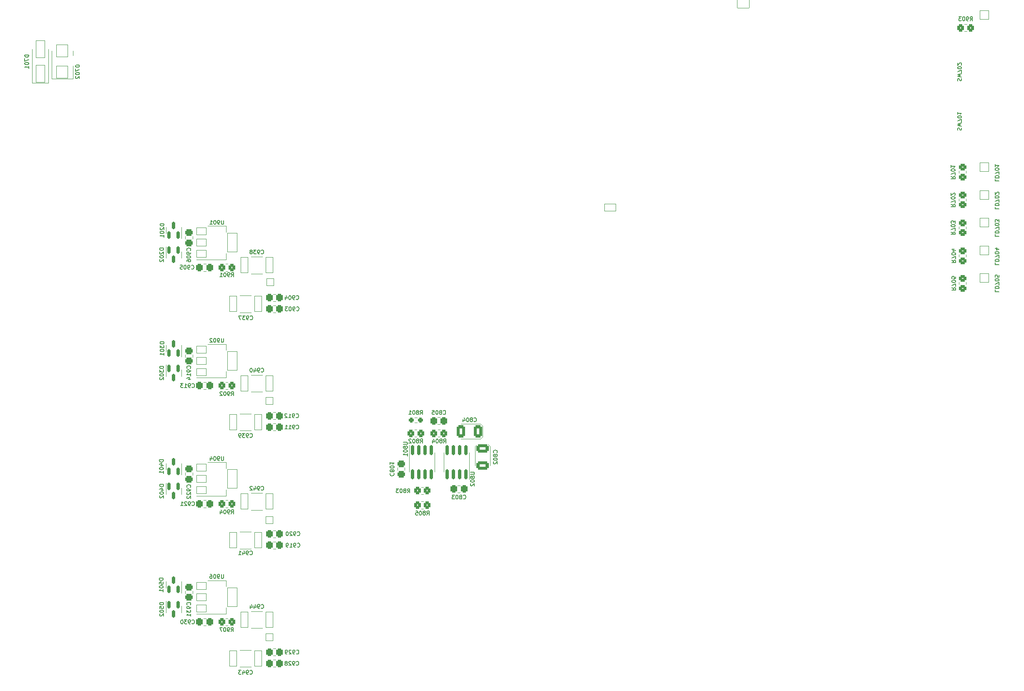
<source format=gbo>
G04 #@! TF.GenerationSoftware,KiCad,Pcbnew,(6.0.11)*
G04 #@! TF.CreationDate,2023-05-29T14:07:06-03:00*
G04 #@! TF.ProjectId,qds-cv,7164732d-6376-42e6-9b69-6361645f7063,rev?*
G04 #@! TF.SameCoordinates,Original*
G04 #@! TF.FileFunction,Legend,Bot*
G04 #@! TF.FilePolarity,Positive*
%FSLAX46Y46*%
G04 Gerber Fmt 4.6, Leading zero omitted, Abs format (unit mm)*
G04 Created by KiCad (PCBNEW (6.0.11)) date 2023-05-29 14:07:06*
%MOMM*%
%LPD*%
G01*
G04 APERTURE LIST*
G04 Aperture macros list*
%AMRoundRect*
0 Rectangle with rounded corners*
0 $1 Rounding radius*
0 $2 $3 $4 $5 $6 $7 $8 $9 X,Y pos of 4 corners*
0 Add a 4 corners polygon primitive as box body*
4,1,4,$2,$3,$4,$5,$6,$7,$8,$9,$2,$3,0*
0 Add four circle primitives for the rounded corners*
1,1,$1+$1,$2,$3*
1,1,$1+$1,$4,$5*
1,1,$1+$1,$6,$7*
1,1,$1+$1,$8,$9*
0 Add four rect primitives between the rounded corners*
20,1,$1+$1,$2,$3,$4,$5,0*
20,1,$1+$1,$4,$5,$6,$7,0*
20,1,$1+$1,$6,$7,$8,$9,0*
20,1,$1+$1,$8,$9,$2,$3,0*%
G04 Aperture macros list end*
%ADD10C,0.150000*%
%ADD11C,0.120000*%
%ADD12C,2.900000*%
%ADD13C,4.100000*%
%ADD14C,1.700000*%
%ADD15RoundRect,0.050000X0.754000X0.754000X-0.754000X0.754000X-0.754000X-0.754000X0.754000X-0.754000X0*%
%ADD16C,1.608000*%
%ADD17C,2.200000*%
%ADD18C,1.850000*%
%ADD19RoundRect,0.050000X-0.900000X0.900000X-0.900000X-0.900000X0.900000X-0.900000X0.900000X0.900000X0*%
%ADD20C,1.900000*%
%ADD21O,2.600000X1.700000*%
%ADD22O,7.100000X3.600000*%
%ADD23RoundRect,0.050000X-1.150000X0.750000X-1.150000X-0.750000X1.150000X-0.750000X1.150000X0.750000X0*%
%ADD24O,2.400000X1.600000*%
%ADD25O,1.700000X1.700000*%
%ADD26RoundRect,0.050000X-0.800000X0.800000X-0.800000X-0.800000X0.800000X-0.800000X0.800000X0.800000X0*%
%ADD27C,3.600000*%
%ADD28RoundRect,0.050000X-0.759000X0.759000X-0.759000X-0.759000X0.759000X-0.759000X0.759000X0.759000X0*%
%ADD29C,1.618000*%
%ADD30O,2.600000X5.100000*%
%ADD31O,2.350000X4.600000*%
%ADD32O,4.600000X2.350000*%
%ADD33RoundRect,0.050000X-1.200000X1.200000X-1.200000X-1.200000X1.200000X-1.200000X1.200000X1.200000X0*%
%ADD34C,2.500000*%
%ADD35RoundRect,0.300000X-0.350000X-0.450000X0.350000X-0.450000X0.350000X0.450000X-0.350000X0.450000X0*%
%ADD36RoundRect,0.300000X-0.337500X-0.475000X0.337500X-0.475000X0.337500X0.475000X-0.337500X0.475000X0*%
%ADD37RoundRect,0.300000X0.450000X-0.350000X0.450000X0.350000X-0.450000X0.350000X-0.450000X-0.350000X0*%
%ADD38RoundRect,0.300000X0.337500X0.475000X-0.337500X0.475000X-0.337500X-0.475000X0.337500X-0.475000X0*%
%ADD39RoundRect,0.300000X0.475000X-0.337500X0.475000X0.337500X-0.475000X0.337500X-0.475000X-0.337500X0*%
%ADD40RoundRect,0.050000X0.700000X1.600000X-0.700000X1.600000X-0.700000X-1.600000X0.700000X-1.600000X0*%
%ADD41RoundRect,0.300000X0.350000X0.450000X-0.350000X0.450000X-0.350000X-0.450000X0.350000X-0.450000X0*%
%ADD42RoundRect,0.325001X0.549999X0.924999X-0.549999X0.924999X-0.549999X-0.924999X0.549999X-0.924999X0*%
%ADD43RoundRect,0.200000X0.150000X-0.587500X0.150000X0.587500X-0.150000X0.587500X-0.150000X-0.587500X0*%
%ADD44RoundRect,0.200000X-0.150000X0.587500X-0.150000X-0.587500X0.150000X-0.587500X0.150000X0.587500X0*%
%ADD45RoundRect,0.300000X-0.450000X0.350000X-0.450000X-0.350000X0.450000X-0.350000X0.450000X0.350000X0*%
%ADD46RoundRect,0.050000X-1.000000X-0.750000X1.000000X-0.750000X1.000000X0.750000X-1.000000X0.750000X0*%
%ADD47RoundRect,0.050000X-1.000000X-1.900000X1.000000X-1.900000X1.000000X1.900000X-1.000000X1.900000X0*%
%ADD48RoundRect,0.300000X-0.475000X0.337500X-0.475000X-0.337500X0.475000X-0.337500X0.475000X0.337500X0*%
%ADD49RoundRect,0.050000X1.150000X-1.250000X1.150000X1.250000X-1.150000X1.250000X-1.150000X-1.250000X0*%
%ADD50C,3.000000*%
%ADD51RoundRect,0.200000X-0.150000X0.825000X-0.150000X-0.825000X0.150000X-0.825000X0.150000X0.825000X0*%
%ADD52RoundRect,0.325001X-0.924999X0.549999X-0.924999X-0.549999X0.924999X-0.549999X0.924999X0.549999X0*%
%ADD53RoundRect,0.050000X0.900000X-1.750000X0.900000X1.750000X-0.900000X1.750000X-0.900000X-1.750000X0*%
%ADD54RoundRect,0.200000X0.150000X-0.825000X0.150000X0.825000X-0.150000X0.825000X-0.150000X-0.825000X0*%
%ADD55RoundRect,0.287500X-0.250000X-0.237500X0.250000X-0.237500X0.250000X0.237500X-0.250000X0.237500X0*%
%ADD56C,0.900000*%
%ADD57C,1.100000*%
%ADD58C,0.700000*%
%ADD59C,1.300000*%
%ADD60C,2.100000*%
G04 APERTURE END LIST*
D10*
X310176190Y-74428571D02*
X310138095Y-74314285D01*
X310138095Y-74123809D01*
X310176190Y-74047619D01*
X310214285Y-74009523D01*
X310290476Y-73971428D01*
X310366666Y-73971428D01*
X310442857Y-74009523D01*
X310480952Y-74047619D01*
X310519047Y-74123809D01*
X310557142Y-74276190D01*
X310595238Y-74352380D01*
X310633333Y-74390476D01*
X310709523Y-74428571D01*
X310785714Y-74428571D01*
X310861904Y-74390476D01*
X310900000Y-74352380D01*
X310938095Y-74276190D01*
X310938095Y-74085714D01*
X310900000Y-73971428D01*
X310938095Y-73704761D02*
X310138095Y-73514285D01*
X310709523Y-73361904D01*
X310138095Y-73209523D01*
X310938095Y-73019047D01*
X310938095Y-72790476D02*
X310938095Y-72257142D01*
X310138095Y-72600000D01*
X310938095Y-71800000D02*
X310938095Y-71723809D01*
X310900000Y-71647619D01*
X310861904Y-71609523D01*
X310785714Y-71571428D01*
X310633333Y-71533333D01*
X310442857Y-71533333D01*
X310290476Y-71571428D01*
X310214285Y-71609523D01*
X310176190Y-71647619D01*
X310138095Y-71723809D01*
X310138095Y-71800000D01*
X310176190Y-71876190D01*
X310214285Y-71914285D01*
X310290476Y-71952380D01*
X310442857Y-71990476D01*
X310633333Y-71990476D01*
X310785714Y-71952380D01*
X310861904Y-71914285D01*
X310900000Y-71876190D01*
X310938095Y-71800000D01*
X310861904Y-71228571D02*
X310900000Y-71190476D01*
X310938095Y-71114285D01*
X310938095Y-70923809D01*
X310900000Y-70847619D01*
X310861904Y-70809523D01*
X310785714Y-70771428D01*
X310709523Y-70771428D01*
X310595238Y-70809523D01*
X310138095Y-71266666D01*
X310138095Y-70771428D01*
X317738095Y-100055238D02*
X317738095Y-100436190D01*
X318538095Y-100436190D01*
X317738095Y-99788571D02*
X318538095Y-99788571D01*
X318538095Y-99598095D01*
X318500000Y-99483809D01*
X318423809Y-99407619D01*
X318347619Y-99369523D01*
X318195238Y-99331428D01*
X318080952Y-99331428D01*
X317928571Y-99369523D01*
X317852380Y-99407619D01*
X317776190Y-99483809D01*
X317738095Y-99598095D01*
X317738095Y-99788571D01*
X318538095Y-99064761D02*
X318538095Y-98531428D01*
X317738095Y-98874285D01*
X318538095Y-98074285D02*
X318538095Y-97998095D01*
X318500000Y-97921904D01*
X318461904Y-97883809D01*
X318385714Y-97845714D01*
X318233333Y-97807619D01*
X318042857Y-97807619D01*
X317890476Y-97845714D01*
X317814285Y-97883809D01*
X317776190Y-97921904D01*
X317738095Y-97998095D01*
X317738095Y-98074285D01*
X317776190Y-98150476D01*
X317814285Y-98188571D01*
X317890476Y-98226666D01*
X318042857Y-98264761D01*
X318233333Y-98264761D01*
X318385714Y-98226666D01*
X318461904Y-98188571D01*
X318500000Y-98150476D01*
X318538095Y-98074285D01*
X318461904Y-97502857D02*
X318500000Y-97464761D01*
X318538095Y-97388571D01*
X318538095Y-97198095D01*
X318500000Y-97121904D01*
X318461904Y-97083809D01*
X318385714Y-97045714D01*
X318309523Y-97045714D01*
X318195238Y-97083809D01*
X317738095Y-97540952D01*
X317738095Y-97045714D01*
X317738095Y-111375238D02*
X317738095Y-111756190D01*
X318538095Y-111756190D01*
X317738095Y-111108571D02*
X318538095Y-111108571D01*
X318538095Y-110918095D01*
X318500000Y-110803809D01*
X318423809Y-110727619D01*
X318347619Y-110689523D01*
X318195238Y-110651428D01*
X318080952Y-110651428D01*
X317928571Y-110689523D01*
X317852380Y-110727619D01*
X317776190Y-110803809D01*
X317738095Y-110918095D01*
X317738095Y-111108571D01*
X318538095Y-110384761D02*
X318538095Y-109851428D01*
X317738095Y-110194285D01*
X318538095Y-109394285D02*
X318538095Y-109318095D01*
X318500000Y-109241904D01*
X318461904Y-109203809D01*
X318385714Y-109165714D01*
X318233333Y-109127619D01*
X318042857Y-109127619D01*
X317890476Y-109165714D01*
X317814285Y-109203809D01*
X317776190Y-109241904D01*
X317738095Y-109318095D01*
X317738095Y-109394285D01*
X317776190Y-109470476D01*
X317814285Y-109508571D01*
X317890476Y-109546666D01*
X318042857Y-109584761D01*
X318233333Y-109584761D01*
X318385714Y-109546666D01*
X318461904Y-109508571D01*
X318500000Y-109470476D01*
X318538095Y-109394285D01*
X318271428Y-108441904D02*
X317738095Y-108441904D01*
X318576190Y-108632380D02*
X318004761Y-108822857D01*
X318004761Y-108327619D01*
X317738095Y-105615238D02*
X317738095Y-105996190D01*
X318538095Y-105996190D01*
X317738095Y-105348571D02*
X318538095Y-105348571D01*
X318538095Y-105158095D01*
X318500000Y-105043809D01*
X318423809Y-104967619D01*
X318347619Y-104929523D01*
X318195238Y-104891428D01*
X318080952Y-104891428D01*
X317928571Y-104929523D01*
X317852380Y-104967619D01*
X317776190Y-105043809D01*
X317738095Y-105158095D01*
X317738095Y-105348571D01*
X318538095Y-104624761D02*
X318538095Y-104091428D01*
X317738095Y-104434285D01*
X318538095Y-103634285D02*
X318538095Y-103558095D01*
X318500000Y-103481904D01*
X318461904Y-103443809D01*
X318385714Y-103405714D01*
X318233333Y-103367619D01*
X318042857Y-103367619D01*
X317890476Y-103405714D01*
X317814285Y-103443809D01*
X317776190Y-103481904D01*
X317738095Y-103558095D01*
X317738095Y-103634285D01*
X317776190Y-103710476D01*
X317814285Y-103748571D01*
X317890476Y-103786666D01*
X318042857Y-103824761D01*
X318233333Y-103824761D01*
X318385714Y-103786666D01*
X318461904Y-103748571D01*
X318500000Y-103710476D01*
X318538095Y-103634285D01*
X318538095Y-103100952D02*
X318538095Y-102605714D01*
X318233333Y-102872380D01*
X318233333Y-102758095D01*
X318195238Y-102681904D01*
X318157142Y-102643809D01*
X318080952Y-102605714D01*
X317890476Y-102605714D01*
X317814285Y-102643809D01*
X317776190Y-102681904D01*
X317738095Y-102758095D01*
X317738095Y-102986666D01*
X317776190Y-103062857D01*
X317814285Y-103100952D01*
X310176190Y-84428571D02*
X310138095Y-84314285D01*
X310138095Y-84123809D01*
X310176190Y-84047619D01*
X310214285Y-84009523D01*
X310290476Y-83971428D01*
X310366666Y-83971428D01*
X310442857Y-84009523D01*
X310480952Y-84047619D01*
X310519047Y-84123809D01*
X310557142Y-84276190D01*
X310595238Y-84352380D01*
X310633333Y-84390476D01*
X310709523Y-84428571D01*
X310785714Y-84428571D01*
X310861904Y-84390476D01*
X310900000Y-84352380D01*
X310938095Y-84276190D01*
X310938095Y-84085714D01*
X310900000Y-83971428D01*
X310938095Y-83704761D02*
X310138095Y-83514285D01*
X310709523Y-83361904D01*
X310138095Y-83209523D01*
X310938095Y-83019047D01*
X310938095Y-82790476D02*
X310938095Y-82257142D01*
X310138095Y-82600000D01*
X310938095Y-81800000D02*
X310938095Y-81723809D01*
X310900000Y-81647619D01*
X310861904Y-81609523D01*
X310785714Y-81571428D01*
X310633333Y-81533333D01*
X310442857Y-81533333D01*
X310290476Y-81571428D01*
X310214285Y-81609523D01*
X310176190Y-81647619D01*
X310138095Y-81723809D01*
X310138095Y-81800000D01*
X310176190Y-81876190D01*
X310214285Y-81914285D01*
X310290476Y-81952380D01*
X310442857Y-81990476D01*
X310633333Y-81990476D01*
X310785714Y-81952380D01*
X310861904Y-81914285D01*
X310900000Y-81876190D01*
X310938095Y-81800000D01*
X310138095Y-80771428D02*
X310138095Y-81228571D01*
X310138095Y-81000000D02*
X310938095Y-81000000D01*
X310823809Y-81076190D01*
X310747619Y-81152380D01*
X310709523Y-81228571D01*
X317738095Y-94415238D02*
X317738095Y-94796190D01*
X318538095Y-94796190D01*
X317738095Y-94148571D02*
X318538095Y-94148571D01*
X318538095Y-93958095D01*
X318500000Y-93843809D01*
X318423809Y-93767619D01*
X318347619Y-93729523D01*
X318195238Y-93691428D01*
X318080952Y-93691428D01*
X317928571Y-93729523D01*
X317852380Y-93767619D01*
X317776190Y-93843809D01*
X317738095Y-93958095D01*
X317738095Y-94148571D01*
X318538095Y-93424761D02*
X318538095Y-92891428D01*
X317738095Y-93234285D01*
X318538095Y-92434285D02*
X318538095Y-92358095D01*
X318500000Y-92281904D01*
X318461904Y-92243809D01*
X318385714Y-92205714D01*
X318233333Y-92167619D01*
X318042857Y-92167619D01*
X317890476Y-92205714D01*
X317814285Y-92243809D01*
X317776190Y-92281904D01*
X317738095Y-92358095D01*
X317738095Y-92434285D01*
X317776190Y-92510476D01*
X317814285Y-92548571D01*
X317890476Y-92586666D01*
X318042857Y-92624761D01*
X318233333Y-92624761D01*
X318385714Y-92586666D01*
X318461904Y-92548571D01*
X318500000Y-92510476D01*
X318538095Y-92434285D01*
X317738095Y-91405714D02*
X317738095Y-91862857D01*
X317738095Y-91634285D02*
X318538095Y-91634285D01*
X318423809Y-91710476D01*
X318347619Y-91786666D01*
X318309523Y-91862857D01*
X317738095Y-116895238D02*
X317738095Y-117276190D01*
X318538095Y-117276190D01*
X317738095Y-116628571D02*
X318538095Y-116628571D01*
X318538095Y-116438095D01*
X318500000Y-116323809D01*
X318423809Y-116247619D01*
X318347619Y-116209523D01*
X318195238Y-116171428D01*
X318080952Y-116171428D01*
X317928571Y-116209523D01*
X317852380Y-116247619D01*
X317776190Y-116323809D01*
X317738095Y-116438095D01*
X317738095Y-116628571D01*
X318538095Y-115904761D02*
X318538095Y-115371428D01*
X317738095Y-115714285D01*
X318538095Y-114914285D02*
X318538095Y-114838095D01*
X318500000Y-114761904D01*
X318461904Y-114723809D01*
X318385714Y-114685714D01*
X318233333Y-114647619D01*
X318042857Y-114647619D01*
X317890476Y-114685714D01*
X317814285Y-114723809D01*
X317776190Y-114761904D01*
X317738095Y-114838095D01*
X317738095Y-114914285D01*
X317776190Y-114990476D01*
X317814285Y-115028571D01*
X317890476Y-115066666D01*
X318042857Y-115104761D01*
X318233333Y-115104761D01*
X318385714Y-115066666D01*
X318461904Y-115028571D01*
X318500000Y-114990476D01*
X318538095Y-114914285D01*
X318538095Y-113923809D02*
X318538095Y-114304761D01*
X318157142Y-114342857D01*
X318195238Y-114304761D01*
X318233333Y-114228571D01*
X318233333Y-114038095D01*
X318195238Y-113961904D01*
X318157142Y-113923809D01*
X318080952Y-113885714D01*
X317890476Y-113885714D01*
X317814285Y-113923809D01*
X317776190Y-113961904D01*
X317738095Y-114038095D01*
X317738095Y-114228571D01*
X317776190Y-114304761D01*
X317814285Y-114342857D01*
X162695238Y-114211904D02*
X162961904Y-113830952D01*
X163152380Y-114211904D02*
X163152380Y-113411904D01*
X162847619Y-113411904D01*
X162771428Y-113450000D01*
X162733333Y-113488095D01*
X162695238Y-113564285D01*
X162695238Y-113678571D01*
X162733333Y-113754761D01*
X162771428Y-113792857D01*
X162847619Y-113830952D01*
X163152380Y-113830952D01*
X162314285Y-114211904D02*
X162161904Y-114211904D01*
X162085714Y-114173809D01*
X162047619Y-114135714D01*
X161971428Y-114021428D01*
X161933333Y-113869047D01*
X161933333Y-113564285D01*
X161971428Y-113488095D01*
X162009523Y-113450000D01*
X162085714Y-113411904D01*
X162238095Y-113411904D01*
X162314285Y-113450000D01*
X162352380Y-113488095D01*
X162390476Y-113564285D01*
X162390476Y-113754761D01*
X162352380Y-113830952D01*
X162314285Y-113869047D01*
X162238095Y-113907142D01*
X162085714Y-113907142D01*
X162009523Y-113869047D01*
X161971428Y-113830952D01*
X161933333Y-113754761D01*
X161438095Y-113411904D02*
X161361904Y-113411904D01*
X161285714Y-113450000D01*
X161247619Y-113488095D01*
X161209523Y-113564285D01*
X161171428Y-113716666D01*
X161171428Y-113907142D01*
X161209523Y-114059523D01*
X161247619Y-114135714D01*
X161285714Y-114173809D01*
X161361904Y-114211904D01*
X161438095Y-114211904D01*
X161514285Y-114173809D01*
X161552380Y-114135714D01*
X161590476Y-114059523D01*
X161628571Y-113907142D01*
X161628571Y-113716666D01*
X161590476Y-113564285D01*
X161552380Y-113488095D01*
X161514285Y-113450000D01*
X161438095Y-113411904D01*
X160409523Y-114211904D02*
X160866666Y-114211904D01*
X160638095Y-114211904D02*
X160638095Y-113411904D01*
X160714285Y-113526190D01*
X160790476Y-113602380D01*
X160866666Y-113640476D01*
X175895238Y-193095714D02*
X175933333Y-193133809D01*
X176047619Y-193171904D01*
X176123809Y-193171904D01*
X176238095Y-193133809D01*
X176314285Y-193057619D01*
X176352380Y-192981428D01*
X176390476Y-192829047D01*
X176390476Y-192714761D01*
X176352380Y-192562380D01*
X176314285Y-192486190D01*
X176238095Y-192410000D01*
X176123809Y-192371904D01*
X176047619Y-192371904D01*
X175933333Y-192410000D01*
X175895238Y-192448095D01*
X175514285Y-193171904D02*
X175361904Y-193171904D01*
X175285714Y-193133809D01*
X175247619Y-193095714D01*
X175171428Y-192981428D01*
X175133333Y-192829047D01*
X175133333Y-192524285D01*
X175171428Y-192448095D01*
X175209523Y-192410000D01*
X175285714Y-192371904D01*
X175438095Y-192371904D01*
X175514285Y-192410000D01*
X175552380Y-192448095D01*
X175590476Y-192524285D01*
X175590476Y-192714761D01*
X175552380Y-192790952D01*
X175514285Y-192829047D01*
X175438095Y-192867142D01*
X175285714Y-192867142D01*
X175209523Y-192829047D01*
X175171428Y-192790952D01*
X175133333Y-192714761D01*
X174828571Y-192448095D02*
X174790476Y-192410000D01*
X174714285Y-192371904D01*
X174523809Y-192371904D01*
X174447619Y-192410000D01*
X174409523Y-192448095D01*
X174371428Y-192524285D01*
X174371428Y-192600476D01*
X174409523Y-192714761D01*
X174866666Y-193171904D01*
X174371428Y-193171904D01*
X173914285Y-192714761D02*
X173990476Y-192676666D01*
X174028571Y-192638571D01*
X174066666Y-192562380D01*
X174066666Y-192524285D01*
X174028571Y-192448095D01*
X173990476Y-192410000D01*
X173914285Y-192371904D01*
X173761904Y-192371904D01*
X173685714Y-192410000D01*
X173647619Y-192448095D01*
X173609523Y-192524285D01*
X173609523Y-192562380D01*
X173647619Y-192638571D01*
X173685714Y-192676666D01*
X173761904Y-192714761D01*
X173914285Y-192714761D01*
X173990476Y-192752857D01*
X174028571Y-192790952D01*
X174066666Y-192867142D01*
X174066666Y-193019523D01*
X174028571Y-193095714D01*
X173990476Y-193133809D01*
X173914285Y-193171904D01*
X173761904Y-193171904D01*
X173685714Y-193133809D01*
X173647619Y-193095714D01*
X173609523Y-193019523D01*
X173609523Y-192867142D01*
X173647619Y-192790952D01*
X173685714Y-192752857D01*
X173761904Y-192714761D01*
X308928095Y-110885238D02*
X309309047Y-111151904D01*
X308928095Y-111342380D02*
X309728095Y-111342380D01*
X309728095Y-111037619D01*
X309690000Y-110961428D01*
X309651904Y-110923333D01*
X309575714Y-110885238D01*
X309461428Y-110885238D01*
X309385238Y-110923333D01*
X309347142Y-110961428D01*
X309309047Y-111037619D01*
X309309047Y-111342380D01*
X309728095Y-110618571D02*
X309728095Y-110085238D01*
X308928095Y-110428095D01*
X309728095Y-109628095D02*
X309728095Y-109551904D01*
X309690000Y-109475714D01*
X309651904Y-109437619D01*
X309575714Y-109399523D01*
X309423333Y-109361428D01*
X309232857Y-109361428D01*
X309080476Y-109399523D01*
X309004285Y-109437619D01*
X308966190Y-109475714D01*
X308928095Y-109551904D01*
X308928095Y-109628095D01*
X308966190Y-109704285D01*
X309004285Y-109742380D01*
X309080476Y-109780476D01*
X309232857Y-109818571D01*
X309423333Y-109818571D01*
X309575714Y-109780476D01*
X309651904Y-109742380D01*
X309690000Y-109704285D01*
X309728095Y-109628095D01*
X309461428Y-108675714D02*
X308928095Y-108675714D01*
X309766190Y-108866190D02*
X309194761Y-109056666D01*
X309194761Y-108561428D01*
X209810238Y-159318714D02*
X209848333Y-159356809D01*
X209962619Y-159394904D01*
X210038809Y-159394904D01*
X210153095Y-159356809D01*
X210229285Y-159280619D01*
X210267380Y-159204428D01*
X210305476Y-159052047D01*
X210305476Y-158937761D01*
X210267380Y-158785380D01*
X210229285Y-158709190D01*
X210153095Y-158633000D01*
X210038809Y-158594904D01*
X209962619Y-158594904D01*
X209848333Y-158633000D01*
X209810238Y-158671095D01*
X209353095Y-158937761D02*
X209429285Y-158899666D01*
X209467380Y-158861571D01*
X209505476Y-158785380D01*
X209505476Y-158747285D01*
X209467380Y-158671095D01*
X209429285Y-158633000D01*
X209353095Y-158594904D01*
X209200714Y-158594904D01*
X209124523Y-158633000D01*
X209086428Y-158671095D01*
X209048333Y-158747285D01*
X209048333Y-158785380D01*
X209086428Y-158861571D01*
X209124523Y-158899666D01*
X209200714Y-158937761D01*
X209353095Y-158937761D01*
X209429285Y-158975857D01*
X209467380Y-159013952D01*
X209505476Y-159090142D01*
X209505476Y-159242523D01*
X209467380Y-159318714D01*
X209429285Y-159356809D01*
X209353095Y-159394904D01*
X209200714Y-159394904D01*
X209124523Y-159356809D01*
X209086428Y-159318714D01*
X209048333Y-159242523D01*
X209048333Y-159090142D01*
X209086428Y-159013952D01*
X209124523Y-158975857D01*
X209200714Y-158937761D01*
X208553095Y-158594904D02*
X208476904Y-158594904D01*
X208400714Y-158633000D01*
X208362619Y-158671095D01*
X208324523Y-158747285D01*
X208286428Y-158899666D01*
X208286428Y-159090142D01*
X208324523Y-159242523D01*
X208362619Y-159318714D01*
X208400714Y-159356809D01*
X208476904Y-159394904D01*
X208553095Y-159394904D01*
X208629285Y-159356809D01*
X208667380Y-159318714D01*
X208705476Y-159242523D01*
X208743571Y-159090142D01*
X208743571Y-158899666D01*
X208705476Y-158747285D01*
X208667380Y-158671095D01*
X208629285Y-158633000D01*
X208553095Y-158594904D01*
X208019761Y-158594904D02*
X207524523Y-158594904D01*
X207791190Y-158899666D01*
X207676904Y-158899666D01*
X207600714Y-158937761D01*
X207562619Y-158975857D01*
X207524523Y-159052047D01*
X207524523Y-159242523D01*
X207562619Y-159318714D01*
X207600714Y-159356809D01*
X207676904Y-159394904D01*
X207905476Y-159394904D01*
X207981666Y-159356809D01*
X208019761Y-159318714D01*
X154595238Y-112625714D02*
X154633333Y-112663809D01*
X154747619Y-112701904D01*
X154823809Y-112701904D01*
X154938095Y-112663809D01*
X155014285Y-112587619D01*
X155052380Y-112511428D01*
X155090476Y-112359047D01*
X155090476Y-112244761D01*
X155052380Y-112092380D01*
X155014285Y-112016190D01*
X154938095Y-111940000D01*
X154823809Y-111901904D01*
X154747619Y-111901904D01*
X154633333Y-111940000D01*
X154595238Y-111978095D01*
X154214285Y-112701904D02*
X154061904Y-112701904D01*
X153985714Y-112663809D01*
X153947619Y-112625714D01*
X153871428Y-112511428D01*
X153833333Y-112359047D01*
X153833333Y-112054285D01*
X153871428Y-111978095D01*
X153909523Y-111940000D01*
X153985714Y-111901904D01*
X154138095Y-111901904D01*
X154214285Y-111940000D01*
X154252380Y-111978095D01*
X154290476Y-112054285D01*
X154290476Y-112244761D01*
X154252380Y-112320952D01*
X154214285Y-112359047D01*
X154138095Y-112397142D01*
X153985714Y-112397142D01*
X153909523Y-112359047D01*
X153871428Y-112320952D01*
X153833333Y-112244761D01*
X153338095Y-111901904D02*
X153261904Y-111901904D01*
X153185714Y-111940000D01*
X153147619Y-111978095D01*
X153109523Y-112054285D01*
X153071428Y-112206666D01*
X153071428Y-112397142D01*
X153109523Y-112549523D01*
X153147619Y-112625714D01*
X153185714Y-112663809D01*
X153261904Y-112701904D01*
X153338095Y-112701904D01*
X153414285Y-112663809D01*
X153452380Y-112625714D01*
X153490476Y-112549523D01*
X153528571Y-112397142D01*
X153528571Y-112206666D01*
X153490476Y-112054285D01*
X153452380Y-111978095D01*
X153414285Y-111940000D01*
X153338095Y-111901904D01*
X152347619Y-111901904D02*
X152728571Y-111901904D01*
X152766666Y-112282857D01*
X152728571Y-112244761D01*
X152652380Y-112206666D01*
X152461904Y-112206666D01*
X152385714Y-112244761D01*
X152347619Y-112282857D01*
X152309523Y-112359047D01*
X152309523Y-112549523D01*
X152347619Y-112625714D01*
X152385714Y-112663809D01*
X152461904Y-112701904D01*
X152652380Y-112701904D01*
X152728571Y-112663809D01*
X152766666Y-112625714D01*
X195004285Y-154165238D02*
X194966190Y-154203333D01*
X194928095Y-154317619D01*
X194928095Y-154393809D01*
X194966190Y-154508095D01*
X195042380Y-154584285D01*
X195118571Y-154622380D01*
X195270952Y-154660476D01*
X195385238Y-154660476D01*
X195537619Y-154622380D01*
X195613809Y-154584285D01*
X195690000Y-154508095D01*
X195728095Y-154393809D01*
X195728095Y-154317619D01*
X195690000Y-154203333D01*
X195651904Y-154165238D01*
X195385238Y-153708095D02*
X195423333Y-153784285D01*
X195461428Y-153822380D01*
X195537619Y-153860476D01*
X195575714Y-153860476D01*
X195651904Y-153822380D01*
X195690000Y-153784285D01*
X195728095Y-153708095D01*
X195728095Y-153555714D01*
X195690000Y-153479523D01*
X195651904Y-153441428D01*
X195575714Y-153403333D01*
X195537619Y-153403333D01*
X195461428Y-153441428D01*
X195423333Y-153479523D01*
X195385238Y-153555714D01*
X195385238Y-153708095D01*
X195347142Y-153784285D01*
X195309047Y-153822380D01*
X195232857Y-153860476D01*
X195080476Y-153860476D01*
X195004285Y-153822380D01*
X194966190Y-153784285D01*
X194928095Y-153708095D01*
X194928095Y-153555714D01*
X194966190Y-153479523D01*
X195004285Y-153441428D01*
X195080476Y-153403333D01*
X195232857Y-153403333D01*
X195309047Y-153441428D01*
X195347142Y-153479523D01*
X195385238Y-153555714D01*
X195728095Y-152908095D02*
X195728095Y-152831904D01*
X195690000Y-152755714D01*
X195651904Y-152717619D01*
X195575714Y-152679523D01*
X195423333Y-152641428D01*
X195232857Y-152641428D01*
X195080476Y-152679523D01*
X195004285Y-152717619D01*
X194966190Y-152755714D01*
X194928095Y-152831904D01*
X194928095Y-152908095D01*
X194966190Y-152984285D01*
X195004285Y-153022380D01*
X195080476Y-153060476D01*
X195232857Y-153098571D01*
X195423333Y-153098571D01*
X195575714Y-153060476D01*
X195651904Y-153022380D01*
X195690000Y-152984285D01*
X195728095Y-152908095D01*
X194928095Y-151879523D02*
X194928095Y-152336666D01*
X194928095Y-152108095D02*
X195728095Y-152108095D01*
X195613809Y-152184285D01*
X195537619Y-152260476D01*
X195499523Y-152336666D01*
X168789238Y-109522714D02*
X168827333Y-109560809D01*
X168941619Y-109598904D01*
X169017809Y-109598904D01*
X169132095Y-109560809D01*
X169208285Y-109484619D01*
X169246380Y-109408428D01*
X169284476Y-109256047D01*
X169284476Y-109141761D01*
X169246380Y-108989380D01*
X169208285Y-108913190D01*
X169132095Y-108837000D01*
X169017809Y-108798904D01*
X168941619Y-108798904D01*
X168827333Y-108837000D01*
X168789238Y-108875095D01*
X168408285Y-109598904D02*
X168255904Y-109598904D01*
X168179714Y-109560809D01*
X168141619Y-109522714D01*
X168065428Y-109408428D01*
X168027333Y-109256047D01*
X168027333Y-108951285D01*
X168065428Y-108875095D01*
X168103523Y-108837000D01*
X168179714Y-108798904D01*
X168332095Y-108798904D01*
X168408285Y-108837000D01*
X168446380Y-108875095D01*
X168484476Y-108951285D01*
X168484476Y-109141761D01*
X168446380Y-109217952D01*
X168408285Y-109256047D01*
X168332095Y-109294142D01*
X168179714Y-109294142D01*
X168103523Y-109256047D01*
X168065428Y-109217952D01*
X168027333Y-109141761D01*
X167760666Y-108798904D02*
X167265428Y-108798904D01*
X167532095Y-109103666D01*
X167417809Y-109103666D01*
X167341619Y-109141761D01*
X167303523Y-109179857D01*
X167265428Y-109256047D01*
X167265428Y-109446523D01*
X167303523Y-109522714D01*
X167341619Y-109560809D01*
X167417809Y-109598904D01*
X167646380Y-109598904D01*
X167722571Y-109560809D01*
X167760666Y-109522714D01*
X166808285Y-109141761D02*
X166884476Y-109103666D01*
X166922571Y-109065571D01*
X166960666Y-108989380D01*
X166960666Y-108951285D01*
X166922571Y-108875095D01*
X166884476Y-108837000D01*
X166808285Y-108798904D01*
X166655904Y-108798904D01*
X166579714Y-108837000D01*
X166541619Y-108875095D01*
X166503523Y-108951285D01*
X166503523Y-108989380D01*
X166541619Y-109065571D01*
X166579714Y-109103666D01*
X166655904Y-109141761D01*
X166808285Y-109141761D01*
X166884476Y-109179857D01*
X166922571Y-109217952D01*
X166960666Y-109294142D01*
X166960666Y-109446523D01*
X166922571Y-109522714D01*
X166884476Y-109560809D01*
X166808285Y-109598904D01*
X166655904Y-109598904D01*
X166579714Y-109560809D01*
X166541619Y-109522714D01*
X166503523Y-109446523D01*
X166503523Y-109294142D01*
X166541619Y-109217952D01*
X166579714Y-109179857D01*
X166655904Y-109141761D01*
X175945238Y-121055714D02*
X175983333Y-121093809D01*
X176097619Y-121131904D01*
X176173809Y-121131904D01*
X176288095Y-121093809D01*
X176364285Y-121017619D01*
X176402380Y-120941428D01*
X176440476Y-120789047D01*
X176440476Y-120674761D01*
X176402380Y-120522380D01*
X176364285Y-120446190D01*
X176288095Y-120370000D01*
X176173809Y-120331904D01*
X176097619Y-120331904D01*
X175983333Y-120370000D01*
X175945238Y-120408095D01*
X175564285Y-121131904D02*
X175411904Y-121131904D01*
X175335714Y-121093809D01*
X175297619Y-121055714D01*
X175221428Y-120941428D01*
X175183333Y-120789047D01*
X175183333Y-120484285D01*
X175221428Y-120408095D01*
X175259523Y-120370000D01*
X175335714Y-120331904D01*
X175488095Y-120331904D01*
X175564285Y-120370000D01*
X175602380Y-120408095D01*
X175640476Y-120484285D01*
X175640476Y-120674761D01*
X175602380Y-120750952D01*
X175564285Y-120789047D01*
X175488095Y-120827142D01*
X175335714Y-120827142D01*
X175259523Y-120789047D01*
X175221428Y-120750952D01*
X175183333Y-120674761D01*
X174688095Y-120331904D02*
X174611904Y-120331904D01*
X174535714Y-120370000D01*
X174497619Y-120408095D01*
X174459523Y-120484285D01*
X174421428Y-120636666D01*
X174421428Y-120827142D01*
X174459523Y-120979523D01*
X174497619Y-121055714D01*
X174535714Y-121093809D01*
X174611904Y-121131904D01*
X174688095Y-121131904D01*
X174764285Y-121093809D01*
X174802380Y-121055714D01*
X174840476Y-120979523D01*
X174878571Y-120827142D01*
X174878571Y-120636666D01*
X174840476Y-120484285D01*
X174802380Y-120408095D01*
X174764285Y-120370000D01*
X174688095Y-120331904D01*
X174154761Y-120331904D02*
X173659523Y-120331904D01*
X173926190Y-120636666D01*
X173811904Y-120636666D01*
X173735714Y-120674761D01*
X173697619Y-120712857D01*
X173659523Y-120789047D01*
X173659523Y-120979523D01*
X173697619Y-121055714D01*
X173735714Y-121093809D01*
X173811904Y-121131904D01*
X174040476Y-121131904D01*
X174116666Y-121093809D01*
X174154761Y-121055714D01*
X201047238Y-147991904D02*
X201313904Y-147610952D01*
X201504380Y-147991904D02*
X201504380Y-147191904D01*
X201199619Y-147191904D01*
X201123428Y-147230000D01*
X201085333Y-147268095D01*
X201047238Y-147344285D01*
X201047238Y-147458571D01*
X201085333Y-147534761D01*
X201123428Y-147572857D01*
X201199619Y-147610952D01*
X201504380Y-147610952D01*
X200590095Y-147534761D02*
X200666285Y-147496666D01*
X200704380Y-147458571D01*
X200742476Y-147382380D01*
X200742476Y-147344285D01*
X200704380Y-147268095D01*
X200666285Y-147230000D01*
X200590095Y-147191904D01*
X200437714Y-147191904D01*
X200361523Y-147230000D01*
X200323428Y-147268095D01*
X200285333Y-147344285D01*
X200285333Y-147382380D01*
X200323428Y-147458571D01*
X200361523Y-147496666D01*
X200437714Y-147534761D01*
X200590095Y-147534761D01*
X200666285Y-147572857D01*
X200704380Y-147610952D01*
X200742476Y-147687142D01*
X200742476Y-147839523D01*
X200704380Y-147915714D01*
X200666285Y-147953809D01*
X200590095Y-147991904D01*
X200437714Y-147991904D01*
X200361523Y-147953809D01*
X200323428Y-147915714D01*
X200285333Y-147839523D01*
X200285333Y-147687142D01*
X200323428Y-147610952D01*
X200361523Y-147572857D01*
X200437714Y-147534761D01*
X199790095Y-147191904D02*
X199713904Y-147191904D01*
X199637714Y-147230000D01*
X199599619Y-147268095D01*
X199561523Y-147344285D01*
X199523428Y-147496666D01*
X199523428Y-147687142D01*
X199561523Y-147839523D01*
X199599619Y-147915714D01*
X199637714Y-147953809D01*
X199713904Y-147991904D01*
X199790095Y-147991904D01*
X199866285Y-147953809D01*
X199904380Y-147915714D01*
X199942476Y-147839523D01*
X199980571Y-147687142D01*
X199980571Y-147496666D01*
X199942476Y-147344285D01*
X199904380Y-147268095D01*
X199866285Y-147230000D01*
X199790095Y-147191904D01*
X199218666Y-147268095D02*
X199180571Y-147230000D01*
X199104380Y-147191904D01*
X198913904Y-147191904D01*
X198837714Y-147230000D01*
X198799619Y-147268095D01*
X198761523Y-147344285D01*
X198761523Y-147420476D01*
X198799619Y-147534761D01*
X199256761Y-147991904D01*
X198761523Y-147991904D01*
X162685238Y-162378904D02*
X162951904Y-161997952D01*
X163142380Y-162378904D02*
X163142380Y-161578904D01*
X162837619Y-161578904D01*
X162761428Y-161617000D01*
X162723333Y-161655095D01*
X162685238Y-161731285D01*
X162685238Y-161845571D01*
X162723333Y-161921761D01*
X162761428Y-161959857D01*
X162837619Y-161997952D01*
X163142380Y-161997952D01*
X162304285Y-162378904D02*
X162151904Y-162378904D01*
X162075714Y-162340809D01*
X162037619Y-162302714D01*
X161961428Y-162188428D01*
X161923333Y-162036047D01*
X161923333Y-161731285D01*
X161961428Y-161655095D01*
X161999523Y-161617000D01*
X162075714Y-161578904D01*
X162228095Y-161578904D01*
X162304285Y-161617000D01*
X162342380Y-161655095D01*
X162380476Y-161731285D01*
X162380476Y-161921761D01*
X162342380Y-161997952D01*
X162304285Y-162036047D01*
X162228095Y-162074142D01*
X162075714Y-162074142D01*
X161999523Y-162036047D01*
X161961428Y-161997952D01*
X161923333Y-161921761D01*
X161428095Y-161578904D02*
X161351904Y-161578904D01*
X161275714Y-161617000D01*
X161237619Y-161655095D01*
X161199523Y-161731285D01*
X161161428Y-161883666D01*
X161161428Y-162074142D01*
X161199523Y-162226523D01*
X161237619Y-162302714D01*
X161275714Y-162340809D01*
X161351904Y-162378904D01*
X161428095Y-162378904D01*
X161504285Y-162340809D01*
X161542380Y-162302714D01*
X161580476Y-162226523D01*
X161618571Y-162074142D01*
X161618571Y-161883666D01*
X161580476Y-161731285D01*
X161542380Y-161655095D01*
X161504285Y-161617000D01*
X161428095Y-161578904D01*
X160475714Y-161845571D02*
X160475714Y-162378904D01*
X160666190Y-161540809D02*
X160856666Y-162112238D01*
X160361428Y-162112238D01*
X168789238Y-157528714D02*
X168827333Y-157566809D01*
X168941619Y-157604904D01*
X169017809Y-157604904D01*
X169132095Y-157566809D01*
X169208285Y-157490619D01*
X169246380Y-157414428D01*
X169284476Y-157262047D01*
X169284476Y-157147761D01*
X169246380Y-156995380D01*
X169208285Y-156919190D01*
X169132095Y-156843000D01*
X169017809Y-156804904D01*
X168941619Y-156804904D01*
X168827333Y-156843000D01*
X168789238Y-156881095D01*
X168408285Y-157604904D02*
X168255904Y-157604904D01*
X168179714Y-157566809D01*
X168141619Y-157528714D01*
X168065428Y-157414428D01*
X168027333Y-157262047D01*
X168027333Y-156957285D01*
X168065428Y-156881095D01*
X168103523Y-156843000D01*
X168179714Y-156804904D01*
X168332095Y-156804904D01*
X168408285Y-156843000D01*
X168446380Y-156881095D01*
X168484476Y-156957285D01*
X168484476Y-157147761D01*
X168446380Y-157223952D01*
X168408285Y-157262047D01*
X168332095Y-157300142D01*
X168179714Y-157300142D01*
X168103523Y-157262047D01*
X168065428Y-157223952D01*
X168027333Y-157147761D01*
X167341619Y-157071571D02*
X167341619Y-157604904D01*
X167532095Y-156766809D02*
X167722571Y-157338238D01*
X167227333Y-157338238D01*
X166960666Y-156881095D02*
X166922571Y-156843000D01*
X166846380Y-156804904D01*
X166655904Y-156804904D01*
X166579714Y-156843000D01*
X166541619Y-156881095D01*
X166503523Y-156957285D01*
X166503523Y-157033476D01*
X166541619Y-157147761D01*
X166998761Y-157604904D01*
X166503523Y-157604904D01*
X162685238Y-138375904D02*
X162951904Y-137994952D01*
X163142380Y-138375904D02*
X163142380Y-137575904D01*
X162837619Y-137575904D01*
X162761428Y-137614000D01*
X162723333Y-137652095D01*
X162685238Y-137728285D01*
X162685238Y-137842571D01*
X162723333Y-137918761D01*
X162761428Y-137956857D01*
X162837619Y-137994952D01*
X163142380Y-137994952D01*
X162304285Y-138375904D02*
X162151904Y-138375904D01*
X162075714Y-138337809D01*
X162037619Y-138299714D01*
X161961428Y-138185428D01*
X161923333Y-138033047D01*
X161923333Y-137728285D01*
X161961428Y-137652095D01*
X161999523Y-137614000D01*
X162075714Y-137575904D01*
X162228095Y-137575904D01*
X162304285Y-137614000D01*
X162342380Y-137652095D01*
X162380476Y-137728285D01*
X162380476Y-137918761D01*
X162342380Y-137994952D01*
X162304285Y-138033047D01*
X162228095Y-138071142D01*
X162075714Y-138071142D01*
X161999523Y-138033047D01*
X161961428Y-137994952D01*
X161923333Y-137918761D01*
X161428095Y-137575904D02*
X161351904Y-137575904D01*
X161275714Y-137614000D01*
X161237619Y-137652095D01*
X161199523Y-137728285D01*
X161161428Y-137880666D01*
X161161428Y-138071142D01*
X161199523Y-138223523D01*
X161237619Y-138299714D01*
X161275714Y-138337809D01*
X161351904Y-138375904D01*
X161428095Y-138375904D01*
X161504285Y-138337809D01*
X161542380Y-138299714D01*
X161580476Y-138223523D01*
X161618571Y-138071142D01*
X161618571Y-137880666D01*
X161580476Y-137728285D01*
X161542380Y-137652095D01*
X161504285Y-137614000D01*
X161428095Y-137575904D01*
X160856666Y-137652095D02*
X160818571Y-137614000D01*
X160742380Y-137575904D01*
X160551904Y-137575904D01*
X160475714Y-137614000D01*
X160437619Y-137652095D01*
X160399523Y-137728285D01*
X160399523Y-137804476D01*
X160437619Y-137918761D01*
X160894761Y-138375904D01*
X160399523Y-138375904D01*
X211969238Y-143604714D02*
X212007333Y-143642809D01*
X212121619Y-143680904D01*
X212197809Y-143680904D01*
X212312095Y-143642809D01*
X212388285Y-143566619D01*
X212426380Y-143490428D01*
X212464476Y-143338047D01*
X212464476Y-143223761D01*
X212426380Y-143071380D01*
X212388285Y-142995190D01*
X212312095Y-142919000D01*
X212197809Y-142880904D01*
X212121619Y-142880904D01*
X212007333Y-142919000D01*
X211969238Y-142957095D01*
X211512095Y-143223761D02*
X211588285Y-143185666D01*
X211626380Y-143147571D01*
X211664476Y-143071380D01*
X211664476Y-143033285D01*
X211626380Y-142957095D01*
X211588285Y-142919000D01*
X211512095Y-142880904D01*
X211359714Y-142880904D01*
X211283523Y-142919000D01*
X211245428Y-142957095D01*
X211207333Y-143033285D01*
X211207333Y-143071380D01*
X211245428Y-143147571D01*
X211283523Y-143185666D01*
X211359714Y-143223761D01*
X211512095Y-143223761D01*
X211588285Y-143261857D01*
X211626380Y-143299952D01*
X211664476Y-143376142D01*
X211664476Y-143528523D01*
X211626380Y-143604714D01*
X211588285Y-143642809D01*
X211512095Y-143680904D01*
X211359714Y-143680904D01*
X211283523Y-143642809D01*
X211245428Y-143604714D01*
X211207333Y-143528523D01*
X211207333Y-143376142D01*
X211245428Y-143299952D01*
X211283523Y-143261857D01*
X211359714Y-143223761D01*
X210712095Y-142880904D02*
X210635904Y-142880904D01*
X210559714Y-142919000D01*
X210521619Y-142957095D01*
X210483523Y-143033285D01*
X210445428Y-143185666D01*
X210445428Y-143376142D01*
X210483523Y-143528523D01*
X210521619Y-143604714D01*
X210559714Y-143642809D01*
X210635904Y-143680904D01*
X210712095Y-143680904D01*
X210788285Y-143642809D01*
X210826380Y-143604714D01*
X210864476Y-143528523D01*
X210902571Y-143376142D01*
X210902571Y-143185666D01*
X210864476Y-143033285D01*
X210826380Y-142957095D01*
X210788285Y-142919000D01*
X210712095Y-142880904D01*
X209759714Y-143147571D02*
X209759714Y-143680904D01*
X209950190Y-142842809D02*
X210140666Y-143414238D01*
X209645428Y-143414238D01*
X154745238Y-184655714D02*
X154783333Y-184693809D01*
X154897619Y-184731904D01*
X154973809Y-184731904D01*
X155088095Y-184693809D01*
X155164285Y-184617619D01*
X155202380Y-184541428D01*
X155240476Y-184389047D01*
X155240476Y-184274761D01*
X155202380Y-184122380D01*
X155164285Y-184046190D01*
X155088095Y-183970000D01*
X154973809Y-183931904D01*
X154897619Y-183931904D01*
X154783333Y-183970000D01*
X154745238Y-184008095D01*
X154364285Y-184731904D02*
X154211904Y-184731904D01*
X154135714Y-184693809D01*
X154097619Y-184655714D01*
X154021428Y-184541428D01*
X153983333Y-184389047D01*
X153983333Y-184084285D01*
X154021428Y-184008095D01*
X154059523Y-183970000D01*
X154135714Y-183931904D01*
X154288095Y-183931904D01*
X154364285Y-183970000D01*
X154402380Y-184008095D01*
X154440476Y-184084285D01*
X154440476Y-184274761D01*
X154402380Y-184350952D01*
X154364285Y-184389047D01*
X154288095Y-184427142D01*
X154135714Y-184427142D01*
X154059523Y-184389047D01*
X154021428Y-184350952D01*
X153983333Y-184274761D01*
X153716666Y-183931904D02*
X153221428Y-183931904D01*
X153488095Y-184236666D01*
X153373809Y-184236666D01*
X153297619Y-184274761D01*
X153259523Y-184312857D01*
X153221428Y-184389047D01*
X153221428Y-184579523D01*
X153259523Y-184655714D01*
X153297619Y-184693809D01*
X153373809Y-184731904D01*
X153602380Y-184731904D01*
X153678571Y-184693809D01*
X153716666Y-184655714D01*
X152726190Y-183931904D02*
X152650000Y-183931904D01*
X152573809Y-183970000D01*
X152535714Y-184008095D01*
X152497619Y-184084285D01*
X152459523Y-184236666D01*
X152459523Y-184427142D01*
X152497619Y-184579523D01*
X152535714Y-184655714D01*
X152573809Y-184693809D01*
X152650000Y-184731904D01*
X152726190Y-184731904D01*
X152802380Y-184693809D01*
X152840476Y-184655714D01*
X152878571Y-184579523D01*
X152916666Y-184427142D01*
X152916666Y-184236666D01*
X152878571Y-184084285D01*
X152840476Y-184008095D01*
X152802380Y-183970000D01*
X152726190Y-183931904D01*
X168789238Y-133525714D02*
X168827333Y-133563809D01*
X168941619Y-133601904D01*
X169017809Y-133601904D01*
X169132095Y-133563809D01*
X169208285Y-133487619D01*
X169246380Y-133411428D01*
X169284476Y-133259047D01*
X169284476Y-133144761D01*
X169246380Y-132992380D01*
X169208285Y-132916190D01*
X169132095Y-132840000D01*
X169017809Y-132801904D01*
X168941619Y-132801904D01*
X168827333Y-132840000D01*
X168789238Y-132878095D01*
X168408285Y-133601904D02*
X168255904Y-133601904D01*
X168179714Y-133563809D01*
X168141619Y-133525714D01*
X168065428Y-133411428D01*
X168027333Y-133259047D01*
X168027333Y-132954285D01*
X168065428Y-132878095D01*
X168103523Y-132840000D01*
X168179714Y-132801904D01*
X168332095Y-132801904D01*
X168408285Y-132840000D01*
X168446380Y-132878095D01*
X168484476Y-132954285D01*
X168484476Y-133144761D01*
X168446380Y-133220952D01*
X168408285Y-133259047D01*
X168332095Y-133297142D01*
X168179714Y-133297142D01*
X168103523Y-133259047D01*
X168065428Y-133220952D01*
X168027333Y-133144761D01*
X167341619Y-133068571D02*
X167341619Y-133601904D01*
X167532095Y-132763809D02*
X167722571Y-133335238D01*
X167227333Y-133335238D01*
X166770190Y-132801904D02*
X166694000Y-132801904D01*
X166617809Y-132840000D01*
X166579714Y-132878095D01*
X166541619Y-132954285D01*
X166503523Y-133106666D01*
X166503523Y-133297142D01*
X166541619Y-133449523D01*
X166579714Y-133525714D01*
X166617809Y-133563809D01*
X166694000Y-133601904D01*
X166770190Y-133601904D01*
X166846380Y-133563809D01*
X166884476Y-133525714D01*
X166922571Y-133449523D01*
X166960666Y-133297142D01*
X166960666Y-133106666D01*
X166922571Y-132954285D01*
X166884476Y-132878095D01*
X166846380Y-132840000D01*
X166770190Y-132801904D01*
X205725238Y-142105714D02*
X205763333Y-142143809D01*
X205877619Y-142181904D01*
X205953809Y-142181904D01*
X206068095Y-142143809D01*
X206144285Y-142067619D01*
X206182380Y-141991428D01*
X206220476Y-141839047D01*
X206220476Y-141724761D01*
X206182380Y-141572380D01*
X206144285Y-141496190D01*
X206068095Y-141420000D01*
X205953809Y-141381904D01*
X205877619Y-141381904D01*
X205763333Y-141420000D01*
X205725238Y-141458095D01*
X205268095Y-141724761D02*
X205344285Y-141686666D01*
X205382380Y-141648571D01*
X205420476Y-141572380D01*
X205420476Y-141534285D01*
X205382380Y-141458095D01*
X205344285Y-141420000D01*
X205268095Y-141381904D01*
X205115714Y-141381904D01*
X205039523Y-141420000D01*
X205001428Y-141458095D01*
X204963333Y-141534285D01*
X204963333Y-141572380D01*
X205001428Y-141648571D01*
X205039523Y-141686666D01*
X205115714Y-141724761D01*
X205268095Y-141724761D01*
X205344285Y-141762857D01*
X205382380Y-141800952D01*
X205420476Y-141877142D01*
X205420476Y-142029523D01*
X205382380Y-142105714D01*
X205344285Y-142143809D01*
X205268095Y-142181904D01*
X205115714Y-142181904D01*
X205039523Y-142143809D01*
X205001428Y-142105714D01*
X204963333Y-142029523D01*
X204963333Y-141877142D01*
X205001428Y-141800952D01*
X205039523Y-141762857D01*
X205115714Y-141724761D01*
X204468095Y-141381904D02*
X204391904Y-141381904D01*
X204315714Y-141420000D01*
X204277619Y-141458095D01*
X204239523Y-141534285D01*
X204201428Y-141686666D01*
X204201428Y-141877142D01*
X204239523Y-142029523D01*
X204277619Y-142105714D01*
X204315714Y-142143809D01*
X204391904Y-142181904D01*
X204468095Y-142181904D01*
X204544285Y-142143809D01*
X204582380Y-142105714D01*
X204620476Y-142029523D01*
X204658571Y-141877142D01*
X204658571Y-141686666D01*
X204620476Y-141534285D01*
X204582380Y-141458095D01*
X204544285Y-141420000D01*
X204468095Y-141381904D01*
X203477619Y-141381904D02*
X203858571Y-141381904D01*
X203896666Y-141762857D01*
X203858571Y-141724761D01*
X203782380Y-141686666D01*
X203591904Y-141686666D01*
X203515714Y-141724761D01*
X203477619Y-141762857D01*
X203439523Y-141839047D01*
X203439523Y-142029523D01*
X203477619Y-142105714D01*
X203515714Y-142143809D01*
X203591904Y-142181904D01*
X203782380Y-142181904D01*
X203858571Y-142143809D01*
X203896666Y-142105714D01*
X148901904Y-175467619D02*
X148101904Y-175467619D01*
X148101904Y-175658095D01*
X148140000Y-175772380D01*
X148216190Y-175848571D01*
X148292380Y-175886666D01*
X148444761Y-175924761D01*
X148559047Y-175924761D01*
X148711428Y-175886666D01*
X148787619Y-175848571D01*
X148863809Y-175772380D01*
X148901904Y-175658095D01*
X148901904Y-175467619D01*
X148101904Y-176648571D02*
X148101904Y-176267619D01*
X148482857Y-176229523D01*
X148444761Y-176267619D01*
X148406666Y-176343809D01*
X148406666Y-176534285D01*
X148444761Y-176610476D01*
X148482857Y-176648571D01*
X148559047Y-176686666D01*
X148749523Y-176686666D01*
X148825714Y-176648571D01*
X148863809Y-176610476D01*
X148901904Y-176534285D01*
X148901904Y-176343809D01*
X148863809Y-176267619D01*
X148825714Y-176229523D01*
X148101904Y-177181904D02*
X148101904Y-177258095D01*
X148140000Y-177334285D01*
X148178095Y-177372380D01*
X148254285Y-177410476D01*
X148406666Y-177448571D01*
X148597142Y-177448571D01*
X148749523Y-177410476D01*
X148825714Y-177372380D01*
X148863809Y-177334285D01*
X148901904Y-177258095D01*
X148901904Y-177181904D01*
X148863809Y-177105714D01*
X148825714Y-177067619D01*
X148749523Y-177029523D01*
X148597142Y-176991428D01*
X148406666Y-176991428D01*
X148254285Y-177029523D01*
X148178095Y-177067619D01*
X148140000Y-177105714D01*
X148101904Y-177181904D01*
X148901904Y-178210476D02*
X148901904Y-177753333D01*
X148901904Y-177981904D02*
X148101904Y-177981904D01*
X148216190Y-177905714D01*
X148292380Y-177829523D01*
X148330476Y-177753333D01*
X148911904Y-151417619D02*
X148111904Y-151417619D01*
X148111904Y-151608095D01*
X148150000Y-151722380D01*
X148226190Y-151798571D01*
X148302380Y-151836666D01*
X148454761Y-151874761D01*
X148569047Y-151874761D01*
X148721428Y-151836666D01*
X148797619Y-151798571D01*
X148873809Y-151722380D01*
X148911904Y-151608095D01*
X148911904Y-151417619D01*
X148378571Y-152560476D02*
X148911904Y-152560476D01*
X148073809Y-152370000D02*
X148645238Y-152179523D01*
X148645238Y-152674761D01*
X148111904Y-153131904D02*
X148111904Y-153208095D01*
X148150000Y-153284285D01*
X148188095Y-153322380D01*
X148264285Y-153360476D01*
X148416666Y-153398571D01*
X148607142Y-153398571D01*
X148759523Y-153360476D01*
X148835714Y-153322380D01*
X148873809Y-153284285D01*
X148911904Y-153208095D01*
X148911904Y-153131904D01*
X148873809Y-153055714D01*
X148835714Y-153017619D01*
X148759523Y-152979523D01*
X148607142Y-152941428D01*
X148416666Y-152941428D01*
X148264285Y-152979523D01*
X148188095Y-153017619D01*
X148150000Y-153055714D01*
X148111904Y-153131904D01*
X148911904Y-154160476D02*
X148911904Y-153703333D01*
X148911904Y-153931904D02*
X148111904Y-153931904D01*
X148226190Y-153855714D01*
X148302380Y-153779523D01*
X148340476Y-153703333D01*
X148961904Y-108426419D02*
X148161904Y-108426419D01*
X148161904Y-108616895D01*
X148200000Y-108731180D01*
X148276190Y-108807371D01*
X148352380Y-108845466D01*
X148504761Y-108883561D01*
X148619047Y-108883561D01*
X148771428Y-108845466D01*
X148847619Y-108807371D01*
X148923809Y-108731180D01*
X148961904Y-108616895D01*
X148961904Y-108426419D01*
X148238095Y-109188323D02*
X148200000Y-109226419D01*
X148161904Y-109302609D01*
X148161904Y-109493085D01*
X148200000Y-109569276D01*
X148238095Y-109607371D01*
X148314285Y-109645466D01*
X148390476Y-109645466D01*
X148504761Y-109607371D01*
X148961904Y-109150228D01*
X148961904Y-109645466D01*
X148161904Y-110140704D02*
X148161904Y-110216895D01*
X148200000Y-110293085D01*
X148238095Y-110331180D01*
X148314285Y-110369276D01*
X148466666Y-110407371D01*
X148657142Y-110407371D01*
X148809523Y-110369276D01*
X148885714Y-110331180D01*
X148923809Y-110293085D01*
X148961904Y-110216895D01*
X148961904Y-110140704D01*
X148923809Y-110064514D01*
X148885714Y-110026419D01*
X148809523Y-109988323D01*
X148657142Y-109950228D01*
X148466666Y-109950228D01*
X148314285Y-109988323D01*
X148238095Y-110026419D01*
X148200000Y-110064514D01*
X148161904Y-110140704D01*
X148238095Y-110712133D02*
X148200000Y-110750228D01*
X148161904Y-110826419D01*
X148161904Y-111016895D01*
X148200000Y-111093085D01*
X148238095Y-111131180D01*
X148314285Y-111169276D01*
X148390476Y-111169276D01*
X148504761Y-111131180D01*
X148961904Y-110674038D01*
X148961904Y-111169276D01*
X312665238Y-62231904D02*
X312931904Y-61850952D01*
X313122380Y-62231904D02*
X313122380Y-61431904D01*
X312817619Y-61431904D01*
X312741428Y-61470000D01*
X312703333Y-61508095D01*
X312665238Y-61584285D01*
X312665238Y-61698571D01*
X312703333Y-61774761D01*
X312741428Y-61812857D01*
X312817619Y-61850952D01*
X313122380Y-61850952D01*
X312284285Y-62231904D02*
X312131904Y-62231904D01*
X312055714Y-62193809D01*
X312017619Y-62155714D01*
X311941428Y-62041428D01*
X311903333Y-61889047D01*
X311903333Y-61584285D01*
X311941428Y-61508095D01*
X311979523Y-61470000D01*
X312055714Y-61431904D01*
X312208095Y-61431904D01*
X312284285Y-61470000D01*
X312322380Y-61508095D01*
X312360476Y-61584285D01*
X312360476Y-61774761D01*
X312322380Y-61850952D01*
X312284285Y-61889047D01*
X312208095Y-61927142D01*
X312055714Y-61927142D01*
X311979523Y-61889047D01*
X311941428Y-61850952D01*
X311903333Y-61774761D01*
X311408095Y-61431904D02*
X311331904Y-61431904D01*
X311255714Y-61470000D01*
X311217619Y-61508095D01*
X311179523Y-61584285D01*
X311141428Y-61736666D01*
X311141428Y-61927142D01*
X311179523Y-62079523D01*
X311217619Y-62155714D01*
X311255714Y-62193809D01*
X311331904Y-62231904D01*
X311408095Y-62231904D01*
X311484285Y-62193809D01*
X311522380Y-62155714D01*
X311560476Y-62079523D01*
X311598571Y-61927142D01*
X311598571Y-61736666D01*
X311560476Y-61584285D01*
X311522380Y-61508095D01*
X311484285Y-61470000D01*
X311408095Y-61431904D01*
X310874761Y-61431904D02*
X310379523Y-61431904D01*
X310646190Y-61736666D01*
X310531904Y-61736666D01*
X310455714Y-61774761D01*
X310417619Y-61812857D01*
X310379523Y-61889047D01*
X310379523Y-62079523D01*
X310417619Y-62155714D01*
X310455714Y-62193809D01*
X310531904Y-62231904D01*
X310760476Y-62231904D01*
X310836666Y-62193809D01*
X310874761Y-62155714D01*
X308828095Y-99510738D02*
X309209047Y-99777404D01*
X308828095Y-99967880D02*
X309628095Y-99967880D01*
X309628095Y-99663119D01*
X309590000Y-99586928D01*
X309551904Y-99548833D01*
X309475714Y-99510738D01*
X309361428Y-99510738D01*
X309285238Y-99548833D01*
X309247142Y-99586928D01*
X309209047Y-99663119D01*
X309209047Y-99967880D01*
X309628095Y-99244071D02*
X309628095Y-98710738D01*
X308828095Y-99053595D01*
X309628095Y-98253595D02*
X309628095Y-98177404D01*
X309590000Y-98101214D01*
X309551904Y-98063119D01*
X309475714Y-98025023D01*
X309323333Y-97986928D01*
X309132857Y-97986928D01*
X308980476Y-98025023D01*
X308904285Y-98063119D01*
X308866190Y-98101214D01*
X308828095Y-98177404D01*
X308828095Y-98253595D01*
X308866190Y-98329785D01*
X308904285Y-98367880D01*
X308980476Y-98405976D01*
X309132857Y-98444071D01*
X309323333Y-98444071D01*
X309475714Y-98405976D01*
X309551904Y-98367880D01*
X309590000Y-98329785D01*
X309628095Y-98253595D01*
X309551904Y-97682166D02*
X309590000Y-97644071D01*
X309628095Y-97567880D01*
X309628095Y-97377404D01*
X309590000Y-97301214D01*
X309551904Y-97263119D01*
X309475714Y-97225023D01*
X309399523Y-97225023D01*
X309285238Y-97263119D01*
X308828095Y-97720261D01*
X308828095Y-97225023D01*
X161131428Y-126741904D02*
X161131428Y-127389523D01*
X161093333Y-127465714D01*
X161055238Y-127503809D01*
X160979047Y-127541904D01*
X160826666Y-127541904D01*
X160750476Y-127503809D01*
X160712380Y-127465714D01*
X160674285Y-127389523D01*
X160674285Y-126741904D01*
X160255238Y-127541904D02*
X160102857Y-127541904D01*
X160026666Y-127503809D01*
X159988571Y-127465714D01*
X159912380Y-127351428D01*
X159874285Y-127199047D01*
X159874285Y-126894285D01*
X159912380Y-126818095D01*
X159950476Y-126780000D01*
X160026666Y-126741904D01*
X160179047Y-126741904D01*
X160255238Y-126780000D01*
X160293333Y-126818095D01*
X160331428Y-126894285D01*
X160331428Y-127084761D01*
X160293333Y-127160952D01*
X160255238Y-127199047D01*
X160179047Y-127237142D01*
X160026666Y-127237142D01*
X159950476Y-127199047D01*
X159912380Y-127160952D01*
X159874285Y-127084761D01*
X159379047Y-126741904D02*
X159302857Y-126741904D01*
X159226666Y-126780000D01*
X159188571Y-126818095D01*
X159150476Y-126894285D01*
X159112380Y-127046666D01*
X159112380Y-127237142D01*
X159150476Y-127389523D01*
X159188571Y-127465714D01*
X159226666Y-127503809D01*
X159302857Y-127541904D01*
X159379047Y-127541904D01*
X159455238Y-127503809D01*
X159493333Y-127465714D01*
X159531428Y-127389523D01*
X159569523Y-127237142D01*
X159569523Y-127046666D01*
X159531428Y-126894285D01*
X159493333Y-126818095D01*
X159455238Y-126780000D01*
X159379047Y-126741904D01*
X158807619Y-126818095D02*
X158769523Y-126780000D01*
X158693333Y-126741904D01*
X158502857Y-126741904D01*
X158426666Y-126780000D01*
X158388571Y-126818095D01*
X158350476Y-126894285D01*
X158350476Y-126970476D01*
X158388571Y-127084761D01*
X158845714Y-127541904D01*
X158350476Y-127541904D01*
X154735238Y-160655714D02*
X154773333Y-160693809D01*
X154887619Y-160731904D01*
X154963809Y-160731904D01*
X155078095Y-160693809D01*
X155154285Y-160617619D01*
X155192380Y-160541428D01*
X155230476Y-160389047D01*
X155230476Y-160274761D01*
X155192380Y-160122380D01*
X155154285Y-160046190D01*
X155078095Y-159970000D01*
X154963809Y-159931904D01*
X154887619Y-159931904D01*
X154773333Y-159970000D01*
X154735238Y-160008095D01*
X154354285Y-160731904D02*
X154201904Y-160731904D01*
X154125714Y-160693809D01*
X154087619Y-160655714D01*
X154011428Y-160541428D01*
X153973333Y-160389047D01*
X153973333Y-160084285D01*
X154011428Y-160008095D01*
X154049523Y-159970000D01*
X154125714Y-159931904D01*
X154278095Y-159931904D01*
X154354285Y-159970000D01*
X154392380Y-160008095D01*
X154430476Y-160084285D01*
X154430476Y-160274761D01*
X154392380Y-160350952D01*
X154354285Y-160389047D01*
X154278095Y-160427142D01*
X154125714Y-160427142D01*
X154049523Y-160389047D01*
X154011428Y-160350952D01*
X153973333Y-160274761D01*
X153668571Y-160008095D02*
X153630476Y-159970000D01*
X153554285Y-159931904D01*
X153363809Y-159931904D01*
X153287619Y-159970000D01*
X153249523Y-160008095D01*
X153211428Y-160084285D01*
X153211428Y-160160476D01*
X153249523Y-160274761D01*
X153706666Y-160731904D01*
X153211428Y-160731904D01*
X152449523Y-160731904D02*
X152906666Y-160731904D01*
X152678095Y-160731904D02*
X152678095Y-159931904D01*
X152754285Y-160046190D01*
X152830476Y-160122380D01*
X152906666Y-160160476D01*
X198465238Y-158111904D02*
X198731904Y-157730952D01*
X198922380Y-158111904D02*
X198922380Y-157311904D01*
X198617619Y-157311904D01*
X198541428Y-157350000D01*
X198503333Y-157388095D01*
X198465238Y-157464285D01*
X198465238Y-157578571D01*
X198503333Y-157654761D01*
X198541428Y-157692857D01*
X198617619Y-157730952D01*
X198922380Y-157730952D01*
X198008095Y-157654761D02*
X198084285Y-157616666D01*
X198122380Y-157578571D01*
X198160476Y-157502380D01*
X198160476Y-157464285D01*
X198122380Y-157388095D01*
X198084285Y-157350000D01*
X198008095Y-157311904D01*
X197855714Y-157311904D01*
X197779523Y-157350000D01*
X197741428Y-157388095D01*
X197703333Y-157464285D01*
X197703333Y-157502380D01*
X197741428Y-157578571D01*
X197779523Y-157616666D01*
X197855714Y-157654761D01*
X198008095Y-157654761D01*
X198084285Y-157692857D01*
X198122380Y-157730952D01*
X198160476Y-157807142D01*
X198160476Y-157959523D01*
X198122380Y-158035714D01*
X198084285Y-158073809D01*
X198008095Y-158111904D01*
X197855714Y-158111904D01*
X197779523Y-158073809D01*
X197741428Y-158035714D01*
X197703333Y-157959523D01*
X197703333Y-157807142D01*
X197741428Y-157730952D01*
X197779523Y-157692857D01*
X197855714Y-157654761D01*
X197208095Y-157311904D02*
X197131904Y-157311904D01*
X197055714Y-157350000D01*
X197017619Y-157388095D01*
X196979523Y-157464285D01*
X196941428Y-157616666D01*
X196941428Y-157807142D01*
X196979523Y-157959523D01*
X197017619Y-158035714D01*
X197055714Y-158073809D01*
X197131904Y-158111904D01*
X197208095Y-158111904D01*
X197284285Y-158073809D01*
X197322380Y-158035714D01*
X197360476Y-157959523D01*
X197398571Y-157807142D01*
X197398571Y-157616666D01*
X197360476Y-157464285D01*
X197322380Y-157388095D01*
X197284285Y-157350000D01*
X197208095Y-157311904D01*
X196674761Y-157311904D02*
X196179523Y-157311904D01*
X196446190Y-157616666D01*
X196331904Y-157616666D01*
X196255714Y-157654761D01*
X196217619Y-157692857D01*
X196179523Y-157769047D01*
X196179523Y-157959523D01*
X196217619Y-158035714D01*
X196255714Y-158073809D01*
X196331904Y-158111904D01*
X196560476Y-158111904D01*
X196636666Y-158073809D01*
X196674761Y-158035714D01*
X154395714Y-180894761D02*
X154433809Y-180856666D01*
X154471904Y-180742380D01*
X154471904Y-180666190D01*
X154433809Y-180551904D01*
X154357619Y-180475714D01*
X154281428Y-180437619D01*
X154129047Y-180399523D01*
X154014761Y-180399523D01*
X153862380Y-180437619D01*
X153786190Y-180475714D01*
X153710000Y-180551904D01*
X153671904Y-180666190D01*
X153671904Y-180742380D01*
X153710000Y-180856666D01*
X153748095Y-180894761D01*
X154471904Y-181275714D02*
X154471904Y-181428095D01*
X154433809Y-181504285D01*
X154395714Y-181542380D01*
X154281428Y-181618571D01*
X154129047Y-181656666D01*
X153824285Y-181656666D01*
X153748095Y-181618571D01*
X153710000Y-181580476D01*
X153671904Y-181504285D01*
X153671904Y-181351904D01*
X153710000Y-181275714D01*
X153748095Y-181237619D01*
X153824285Y-181199523D01*
X154014761Y-181199523D01*
X154090952Y-181237619D01*
X154129047Y-181275714D01*
X154167142Y-181351904D01*
X154167142Y-181504285D01*
X154129047Y-181580476D01*
X154090952Y-181618571D01*
X154014761Y-181656666D01*
X153671904Y-181923333D02*
X153671904Y-182418571D01*
X153976666Y-182151904D01*
X153976666Y-182266190D01*
X154014761Y-182342380D01*
X154052857Y-182380476D01*
X154129047Y-182418571D01*
X154319523Y-182418571D01*
X154395714Y-182380476D01*
X154433809Y-182342380D01*
X154471904Y-182266190D01*
X154471904Y-182037619D01*
X154433809Y-181961428D01*
X154395714Y-181923333D01*
X154471904Y-183180476D02*
X154471904Y-182723333D01*
X154471904Y-182951904D02*
X153671904Y-182951904D01*
X153786190Y-182875714D01*
X153862380Y-182799523D01*
X153900476Y-182723333D01*
X205775238Y-147991904D02*
X206041904Y-147610952D01*
X206232380Y-147991904D02*
X206232380Y-147191904D01*
X205927619Y-147191904D01*
X205851428Y-147230000D01*
X205813333Y-147268095D01*
X205775238Y-147344285D01*
X205775238Y-147458571D01*
X205813333Y-147534761D01*
X205851428Y-147572857D01*
X205927619Y-147610952D01*
X206232380Y-147610952D01*
X205318095Y-147534761D02*
X205394285Y-147496666D01*
X205432380Y-147458571D01*
X205470476Y-147382380D01*
X205470476Y-147344285D01*
X205432380Y-147268095D01*
X205394285Y-147230000D01*
X205318095Y-147191904D01*
X205165714Y-147191904D01*
X205089523Y-147230000D01*
X205051428Y-147268095D01*
X205013333Y-147344285D01*
X205013333Y-147382380D01*
X205051428Y-147458571D01*
X205089523Y-147496666D01*
X205165714Y-147534761D01*
X205318095Y-147534761D01*
X205394285Y-147572857D01*
X205432380Y-147610952D01*
X205470476Y-147687142D01*
X205470476Y-147839523D01*
X205432380Y-147915714D01*
X205394285Y-147953809D01*
X205318095Y-147991904D01*
X205165714Y-147991904D01*
X205089523Y-147953809D01*
X205051428Y-147915714D01*
X205013333Y-147839523D01*
X205013333Y-147687142D01*
X205051428Y-147610952D01*
X205089523Y-147572857D01*
X205165714Y-147534761D01*
X204518095Y-147191904D02*
X204441904Y-147191904D01*
X204365714Y-147230000D01*
X204327619Y-147268095D01*
X204289523Y-147344285D01*
X204251428Y-147496666D01*
X204251428Y-147687142D01*
X204289523Y-147839523D01*
X204327619Y-147915714D01*
X204365714Y-147953809D01*
X204441904Y-147991904D01*
X204518095Y-147991904D01*
X204594285Y-147953809D01*
X204632380Y-147915714D01*
X204670476Y-147839523D01*
X204708571Y-147687142D01*
X204708571Y-147496666D01*
X204670476Y-147344285D01*
X204632380Y-147268095D01*
X204594285Y-147230000D01*
X204518095Y-147191904D01*
X203565714Y-147458571D02*
X203565714Y-147991904D01*
X203756190Y-147153809D02*
X203946666Y-147725238D01*
X203451428Y-147725238D01*
X154395714Y-132844761D02*
X154433809Y-132806666D01*
X154471904Y-132692380D01*
X154471904Y-132616190D01*
X154433809Y-132501904D01*
X154357619Y-132425714D01*
X154281428Y-132387619D01*
X154129047Y-132349523D01*
X154014761Y-132349523D01*
X153862380Y-132387619D01*
X153786190Y-132425714D01*
X153710000Y-132501904D01*
X153671904Y-132616190D01*
X153671904Y-132692380D01*
X153710000Y-132806666D01*
X153748095Y-132844761D01*
X154471904Y-133225714D02*
X154471904Y-133378095D01*
X154433809Y-133454285D01*
X154395714Y-133492380D01*
X154281428Y-133568571D01*
X154129047Y-133606666D01*
X153824285Y-133606666D01*
X153748095Y-133568571D01*
X153710000Y-133530476D01*
X153671904Y-133454285D01*
X153671904Y-133301904D01*
X153710000Y-133225714D01*
X153748095Y-133187619D01*
X153824285Y-133149523D01*
X154014761Y-133149523D01*
X154090952Y-133187619D01*
X154129047Y-133225714D01*
X154167142Y-133301904D01*
X154167142Y-133454285D01*
X154129047Y-133530476D01*
X154090952Y-133568571D01*
X154014761Y-133606666D01*
X154471904Y-134368571D02*
X154471904Y-133911428D01*
X154471904Y-134140000D02*
X153671904Y-134140000D01*
X153786190Y-134063809D01*
X153862380Y-133987619D01*
X153900476Y-133911428D01*
X153938571Y-135054285D02*
X154471904Y-135054285D01*
X153633809Y-134863809D02*
X154205238Y-134673333D01*
X154205238Y-135168571D01*
X148961904Y-180435419D02*
X148161904Y-180435419D01*
X148161904Y-180625895D01*
X148200000Y-180740180D01*
X148276190Y-180816371D01*
X148352380Y-180854466D01*
X148504761Y-180892561D01*
X148619047Y-180892561D01*
X148771428Y-180854466D01*
X148847619Y-180816371D01*
X148923809Y-180740180D01*
X148961904Y-180625895D01*
X148961904Y-180435419D01*
X148161904Y-181616371D02*
X148161904Y-181235419D01*
X148542857Y-181197323D01*
X148504761Y-181235419D01*
X148466666Y-181311609D01*
X148466666Y-181502085D01*
X148504761Y-181578276D01*
X148542857Y-181616371D01*
X148619047Y-181654466D01*
X148809523Y-181654466D01*
X148885714Y-181616371D01*
X148923809Y-181578276D01*
X148961904Y-181502085D01*
X148961904Y-181311609D01*
X148923809Y-181235419D01*
X148885714Y-181197323D01*
X148161904Y-182149704D02*
X148161904Y-182225895D01*
X148200000Y-182302085D01*
X148238095Y-182340180D01*
X148314285Y-182378276D01*
X148466666Y-182416371D01*
X148657142Y-182416371D01*
X148809523Y-182378276D01*
X148885714Y-182340180D01*
X148923809Y-182302085D01*
X148961904Y-182225895D01*
X148961904Y-182149704D01*
X148923809Y-182073514D01*
X148885714Y-182035419D01*
X148809523Y-181997323D01*
X148657142Y-181959228D01*
X148466666Y-181959228D01*
X148314285Y-181997323D01*
X148238095Y-182035419D01*
X148200000Y-182073514D01*
X148161904Y-182149704D01*
X148238095Y-182721133D02*
X148200000Y-182759228D01*
X148161904Y-182835419D01*
X148161904Y-183025895D01*
X148200000Y-183102085D01*
X148238095Y-183140180D01*
X148314285Y-183178276D01*
X148390476Y-183178276D01*
X148504761Y-183140180D01*
X148961904Y-182683038D01*
X148961904Y-183178276D01*
X148961904Y-132429419D02*
X148161904Y-132429419D01*
X148161904Y-132619895D01*
X148200000Y-132734180D01*
X148276190Y-132810371D01*
X148352380Y-132848466D01*
X148504761Y-132886561D01*
X148619047Y-132886561D01*
X148771428Y-132848466D01*
X148847619Y-132810371D01*
X148923809Y-132734180D01*
X148961904Y-132619895D01*
X148961904Y-132429419D01*
X148161904Y-133153228D02*
X148161904Y-133648466D01*
X148466666Y-133381800D01*
X148466666Y-133496085D01*
X148504761Y-133572276D01*
X148542857Y-133610371D01*
X148619047Y-133648466D01*
X148809523Y-133648466D01*
X148885714Y-133610371D01*
X148923809Y-133572276D01*
X148961904Y-133496085D01*
X148961904Y-133267514D01*
X148923809Y-133191323D01*
X148885714Y-133153228D01*
X148161904Y-134143704D02*
X148161904Y-134219895D01*
X148200000Y-134296085D01*
X148238095Y-134334180D01*
X148314285Y-134372276D01*
X148466666Y-134410371D01*
X148657142Y-134410371D01*
X148809523Y-134372276D01*
X148885714Y-134334180D01*
X148923809Y-134296085D01*
X148961904Y-134219895D01*
X148961904Y-134143704D01*
X148923809Y-134067514D01*
X148885714Y-134029419D01*
X148809523Y-133991323D01*
X148657142Y-133953228D01*
X148466666Y-133953228D01*
X148314285Y-133991323D01*
X148238095Y-134029419D01*
X148200000Y-134067514D01*
X148161904Y-134143704D01*
X148238095Y-134715133D02*
X148200000Y-134753228D01*
X148161904Y-134829419D01*
X148161904Y-135019895D01*
X148200000Y-135096085D01*
X148238095Y-135134180D01*
X148314285Y-135172276D01*
X148390476Y-135172276D01*
X148504761Y-135134180D01*
X148961904Y-134677038D01*
X148961904Y-135172276D01*
X131881904Y-71217619D02*
X131081904Y-71217619D01*
X131081904Y-71408095D01*
X131120000Y-71522380D01*
X131196190Y-71598571D01*
X131272380Y-71636666D01*
X131424761Y-71674761D01*
X131539047Y-71674761D01*
X131691428Y-71636666D01*
X131767619Y-71598571D01*
X131843809Y-71522380D01*
X131881904Y-71408095D01*
X131881904Y-71217619D01*
X131081904Y-71941428D02*
X131081904Y-72474761D01*
X131881904Y-72131904D01*
X131081904Y-72931904D02*
X131081904Y-73008095D01*
X131120000Y-73084285D01*
X131158095Y-73122380D01*
X131234285Y-73160476D01*
X131386666Y-73198571D01*
X131577142Y-73198571D01*
X131729523Y-73160476D01*
X131805714Y-73122380D01*
X131843809Y-73084285D01*
X131881904Y-73008095D01*
X131881904Y-72931904D01*
X131843809Y-72855714D01*
X131805714Y-72817619D01*
X131729523Y-72779523D01*
X131577142Y-72741428D01*
X131386666Y-72741428D01*
X131234285Y-72779523D01*
X131158095Y-72817619D01*
X131120000Y-72855714D01*
X131081904Y-72931904D01*
X131158095Y-73503333D02*
X131120000Y-73541428D01*
X131081904Y-73617619D01*
X131081904Y-73808095D01*
X131120000Y-73884285D01*
X131158095Y-73922380D01*
X131234285Y-73960476D01*
X131310476Y-73960476D01*
X131424761Y-73922380D01*
X131881904Y-73465238D01*
X131881904Y-73960476D01*
X154745238Y-136655714D02*
X154783333Y-136693809D01*
X154897619Y-136731904D01*
X154973809Y-136731904D01*
X155088095Y-136693809D01*
X155164285Y-136617619D01*
X155202380Y-136541428D01*
X155240476Y-136389047D01*
X155240476Y-136274761D01*
X155202380Y-136122380D01*
X155164285Y-136046190D01*
X155088095Y-135970000D01*
X154973809Y-135931904D01*
X154897619Y-135931904D01*
X154783333Y-135970000D01*
X154745238Y-136008095D01*
X154364285Y-136731904D02*
X154211904Y-136731904D01*
X154135714Y-136693809D01*
X154097619Y-136655714D01*
X154021428Y-136541428D01*
X153983333Y-136389047D01*
X153983333Y-136084285D01*
X154021428Y-136008095D01*
X154059523Y-135970000D01*
X154135714Y-135931904D01*
X154288095Y-135931904D01*
X154364285Y-135970000D01*
X154402380Y-136008095D01*
X154440476Y-136084285D01*
X154440476Y-136274761D01*
X154402380Y-136350952D01*
X154364285Y-136389047D01*
X154288095Y-136427142D01*
X154135714Y-136427142D01*
X154059523Y-136389047D01*
X154021428Y-136350952D01*
X153983333Y-136274761D01*
X153221428Y-136731904D02*
X153678571Y-136731904D01*
X153450000Y-136731904D02*
X153450000Y-135931904D01*
X153526190Y-136046190D01*
X153602380Y-136122380D01*
X153678571Y-136160476D01*
X152954761Y-135931904D02*
X152459523Y-135931904D01*
X152726190Y-136236666D01*
X152611904Y-136236666D01*
X152535714Y-136274761D01*
X152497619Y-136312857D01*
X152459523Y-136389047D01*
X152459523Y-136579523D01*
X152497619Y-136655714D01*
X152535714Y-136693809D01*
X152611904Y-136731904D01*
X152840476Y-136731904D01*
X152916666Y-136693809D01*
X152954761Y-136655714D01*
X202386838Y-162625504D02*
X202653504Y-162244552D01*
X202843980Y-162625504D02*
X202843980Y-161825504D01*
X202539219Y-161825504D01*
X202463028Y-161863600D01*
X202424933Y-161901695D01*
X202386838Y-161977885D01*
X202386838Y-162092171D01*
X202424933Y-162168361D01*
X202463028Y-162206457D01*
X202539219Y-162244552D01*
X202843980Y-162244552D01*
X201929695Y-162168361D02*
X202005885Y-162130266D01*
X202043980Y-162092171D01*
X202082076Y-162015980D01*
X202082076Y-161977885D01*
X202043980Y-161901695D01*
X202005885Y-161863600D01*
X201929695Y-161825504D01*
X201777314Y-161825504D01*
X201701123Y-161863600D01*
X201663028Y-161901695D01*
X201624933Y-161977885D01*
X201624933Y-162015980D01*
X201663028Y-162092171D01*
X201701123Y-162130266D01*
X201777314Y-162168361D01*
X201929695Y-162168361D01*
X202005885Y-162206457D01*
X202043980Y-162244552D01*
X202082076Y-162320742D01*
X202082076Y-162473123D01*
X202043980Y-162549314D01*
X202005885Y-162587409D01*
X201929695Y-162625504D01*
X201777314Y-162625504D01*
X201701123Y-162587409D01*
X201663028Y-162549314D01*
X201624933Y-162473123D01*
X201624933Y-162320742D01*
X201663028Y-162244552D01*
X201701123Y-162206457D01*
X201777314Y-162168361D01*
X201129695Y-161825504D02*
X201053504Y-161825504D01*
X200977314Y-161863600D01*
X200939219Y-161901695D01*
X200901123Y-161977885D01*
X200863028Y-162130266D01*
X200863028Y-162320742D01*
X200901123Y-162473123D01*
X200939219Y-162549314D01*
X200977314Y-162587409D01*
X201053504Y-162625504D01*
X201129695Y-162625504D01*
X201205885Y-162587409D01*
X201243980Y-162549314D01*
X201282076Y-162473123D01*
X201320171Y-162320742D01*
X201320171Y-162130266D01*
X201282076Y-161977885D01*
X201243980Y-161901695D01*
X201205885Y-161863600D01*
X201129695Y-161825504D01*
X200139219Y-161825504D02*
X200520171Y-161825504D01*
X200558266Y-162206457D01*
X200520171Y-162168361D01*
X200443980Y-162130266D01*
X200253504Y-162130266D01*
X200177314Y-162168361D01*
X200139219Y-162206457D01*
X200101123Y-162282647D01*
X200101123Y-162473123D01*
X200139219Y-162549314D01*
X200177314Y-162587409D01*
X200253504Y-162625504D01*
X200443980Y-162625504D01*
X200520171Y-162587409D01*
X200558266Y-162549314D01*
X176115238Y-166745714D02*
X176153333Y-166783809D01*
X176267619Y-166821904D01*
X176343809Y-166821904D01*
X176458095Y-166783809D01*
X176534285Y-166707619D01*
X176572380Y-166631428D01*
X176610476Y-166479047D01*
X176610476Y-166364761D01*
X176572380Y-166212380D01*
X176534285Y-166136190D01*
X176458095Y-166060000D01*
X176343809Y-166021904D01*
X176267619Y-166021904D01*
X176153333Y-166060000D01*
X176115238Y-166098095D01*
X175734285Y-166821904D02*
X175581904Y-166821904D01*
X175505714Y-166783809D01*
X175467619Y-166745714D01*
X175391428Y-166631428D01*
X175353333Y-166479047D01*
X175353333Y-166174285D01*
X175391428Y-166098095D01*
X175429523Y-166060000D01*
X175505714Y-166021904D01*
X175658095Y-166021904D01*
X175734285Y-166060000D01*
X175772380Y-166098095D01*
X175810476Y-166174285D01*
X175810476Y-166364761D01*
X175772380Y-166440952D01*
X175734285Y-166479047D01*
X175658095Y-166517142D01*
X175505714Y-166517142D01*
X175429523Y-166479047D01*
X175391428Y-166440952D01*
X175353333Y-166364761D01*
X175048571Y-166098095D02*
X175010476Y-166060000D01*
X174934285Y-166021904D01*
X174743809Y-166021904D01*
X174667619Y-166060000D01*
X174629523Y-166098095D01*
X174591428Y-166174285D01*
X174591428Y-166250476D01*
X174629523Y-166364761D01*
X175086666Y-166821904D01*
X174591428Y-166821904D01*
X174096190Y-166021904D02*
X174020000Y-166021904D01*
X173943809Y-166060000D01*
X173905714Y-166098095D01*
X173867619Y-166174285D01*
X173829523Y-166326666D01*
X173829523Y-166517142D01*
X173867619Y-166669523D01*
X173905714Y-166745714D01*
X173943809Y-166783809D01*
X174020000Y-166821904D01*
X174096190Y-166821904D01*
X174172380Y-166783809D01*
X174210476Y-166745714D01*
X174248571Y-166669523D01*
X174286666Y-166517142D01*
X174286666Y-166326666D01*
X174248571Y-166174285D01*
X174210476Y-166098095D01*
X174172380Y-166060000D01*
X174096190Y-166021904D01*
X162665238Y-186291904D02*
X162931904Y-185910952D01*
X163122380Y-186291904D02*
X163122380Y-185491904D01*
X162817619Y-185491904D01*
X162741428Y-185530000D01*
X162703333Y-185568095D01*
X162665238Y-185644285D01*
X162665238Y-185758571D01*
X162703333Y-185834761D01*
X162741428Y-185872857D01*
X162817619Y-185910952D01*
X163122380Y-185910952D01*
X162284285Y-186291904D02*
X162131904Y-186291904D01*
X162055714Y-186253809D01*
X162017619Y-186215714D01*
X161941428Y-186101428D01*
X161903333Y-185949047D01*
X161903333Y-185644285D01*
X161941428Y-185568095D01*
X161979523Y-185530000D01*
X162055714Y-185491904D01*
X162208095Y-185491904D01*
X162284285Y-185530000D01*
X162322380Y-185568095D01*
X162360476Y-185644285D01*
X162360476Y-185834761D01*
X162322380Y-185910952D01*
X162284285Y-185949047D01*
X162208095Y-185987142D01*
X162055714Y-185987142D01*
X161979523Y-185949047D01*
X161941428Y-185910952D01*
X161903333Y-185834761D01*
X161408095Y-185491904D02*
X161331904Y-185491904D01*
X161255714Y-185530000D01*
X161217619Y-185568095D01*
X161179523Y-185644285D01*
X161141428Y-185796666D01*
X161141428Y-185987142D01*
X161179523Y-186139523D01*
X161217619Y-186215714D01*
X161255714Y-186253809D01*
X161331904Y-186291904D01*
X161408095Y-186291904D01*
X161484285Y-186253809D01*
X161522380Y-186215714D01*
X161560476Y-186139523D01*
X161598571Y-185987142D01*
X161598571Y-185796666D01*
X161560476Y-185644285D01*
X161522380Y-185568095D01*
X161484285Y-185530000D01*
X161408095Y-185491904D01*
X160874761Y-185491904D02*
X160341428Y-185491904D01*
X160684285Y-186291904D01*
X168789238Y-181531714D02*
X168827333Y-181569809D01*
X168941619Y-181607904D01*
X169017809Y-181607904D01*
X169132095Y-181569809D01*
X169208285Y-181493619D01*
X169246380Y-181417428D01*
X169284476Y-181265047D01*
X169284476Y-181150761D01*
X169246380Y-180998380D01*
X169208285Y-180922190D01*
X169132095Y-180846000D01*
X169017809Y-180807904D01*
X168941619Y-180807904D01*
X168827333Y-180846000D01*
X168789238Y-180884095D01*
X168408285Y-181607904D02*
X168255904Y-181607904D01*
X168179714Y-181569809D01*
X168141619Y-181531714D01*
X168065428Y-181417428D01*
X168027333Y-181265047D01*
X168027333Y-180960285D01*
X168065428Y-180884095D01*
X168103523Y-180846000D01*
X168179714Y-180807904D01*
X168332095Y-180807904D01*
X168408285Y-180846000D01*
X168446380Y-180884095D01*
X168484476Y-180960285D01*
X168484476Y-181150761D01*
X168446380Y-181226952D01*
X168408285Y-181265047D01*
X168332095Y-181303142D01*
X168179714Y-181303142D01*
X168103523Y-181265047D01*
X168065428Y-181226952D01*
X168027333Y-181150761D01*
X167341619Y-181074571D02*
X167341619Y-181607904D01*
X167532095Y-180769809D02*
X167722571Y-181341238D01*
X167227333Y-181341238D01*
X166579714Y-181074571D02*
X166579714Y-181607904D01*
X166770190Y-180769809D02*
X166960666Y-181341238D01*
X166465428Y-181341238D01*
X197641904Y-147838571D02*
X198289523Y-147838571D01*
X198365714Y-147876666D01*
X198403809Y-147914761D01*
X198441904Y-147990952D01*
X198441904Y-148143333D01*
X198403809Y-148219523D01*
X198365714Y-148257619D01*
X198289523Y-148295714D01*
X197641904Y-148295714D01*
X197984761Y-148790952D02*
X197946666Y-148714761D01*
X197908571Y-148676666D01*
X197832380Y-148638571D01*
X197794285Y-148638571D01*
X197718095Y-148676666D01*
X197680000Y-148714761D01*
X197641904Y-148790952D01*
X197641904Y-148943333D01*
X197680000Y-149019523D01*
X197718095Y-149057619D01*
X197794285Y-149095714D01*
X197832380Y-149095714D01*
X197908571Y-149057619D01*
X197946666Y-149019523D01*
X197984761Y-148943333D01*
X197984761Y-148790952D01*
X198022857Y-148714761D01*
X198060952Y-148676666D01*
X198137142Y-148638571D01*
X198289523Y-148638571D01*
X198365714Y-148676666D01*
X198403809Y-148714761D01*
X198441904Y-148790952D01*
X198441904Y-148943333D01*
X198403809Y-149019523D01*
X198365714Y-149057619D01*
X198289523Y-149095714D01*
X198137142Y-149095714D01*
X198060952Y-149057619D01*
X198022857Y-149019523D01*
X197984761Y-148943333D01*
X197641904Y-149590952D02*
X197641904Y-149667142D01*
X197680000Y-149743333D01*
X197718095Y-149781428D01*
X197794285Y-149819523D01*
X197946666Y-149857619D01*
X198137142Y-149857619D01*
X198289523Y-149819523D01*
X198365714Y-149781428D01*
X198403809Y-149743333D01*
X198441904Y-149667142D01*
X198441904Y-149590952D01*
X198403809Y-149514761D01*
X198365714Y-149476666D01*
X198289523Y-149438571D01*
X198137142Y-149400476D01*
X197946666Y-149400476D01*
X197794285Y-149438571D01*
X197718095Y-149476666D01*
X197680000Y-149514761D01*
X197641904Y-149590952D01*
X198441904Y-150619523D02*
X198441904Y-150162380D01*
X198441904Y-150390952D02*
X197641904Y-150390952D01*
X197756190Y-150314761D01*
X197832380Y-150238571D01*
X197870476Y-150162380D01*
X175885238Y-118775714D02*
X175923333Y-118813809D01*
X176037619Y-118851904D01*
X176113809Y-118851904D01*
X176228095Y-118813809D01*
X176304285Y-118737619D01*
X176342380Y-118661428D01*
X176380476Y-118509047D01*
X176380476Y-118394761D01*
X176342380Y-118242380D01*
X176304285Y-118166190D01*
X176228095Y-118090000D01*
X176113809Y-118051904D01*
X176037619Y-118051904D01*
X175923333Y-118090000D01*
X175885238Y-118128095D01*
X175504285Y-118851904D02*
X175351904Y-118851904D01*
X175275714Y-118813809D01*
X175237619Y-118775714D01*
X175161428Y-118661428D01*
X175123333Y-118509047D01*
X175123333Y-118204285D01*
X175161428Y-118128095D01*
X175199523Y-118090000D01*
X175275714Y-118051904D01*
X175428095Y-118051904D01*
X175504285Y-118090000D01*
X175542380Y-118128095D01*
X175580476Y-118204285D01*
X175580476Y-118394761D01*
X175542380Y-118470952D01*
X175504285Y-118509047D01*
X175428095Y-118547142D01*
X175275714Y-118547142D01*
X175199523Y-118509047D01*
X175161428Y-118470952D01*
X175123333Y-118394761D01*
X174628095Y-118051904D02*
X174551904Y-118051904D01*
X174475714Y-118090000D01*
X174437619Y-118128095D01*
X174399523Y-118204285D01*
X174361428Y-118356666D01*
X174361428Y-118547142D01*
X174399523Y-118699523D01*
X174437619Y-118775714D01*
X174475714Y-118813809D01*
X174551904Y-118851904D01*
X174628095Y-118851904D01*
X174704285Y-118813809D01*
X174742380Y-118775714D01*
X174780476Y-118699523D01*
X174818571Y-118547142D01*
X174818571Y-118356666D01*
X174780476Y-118204285D01*
X174742380Y-118128095D01*
X174704285Y-118090000D01*
X174628095Y-118051904D01*
X173675714Y-118318571D02*
X173675714Y-118851904D01*
X173866190Y-118013809D02*
X174056666Y-118585238D01*
X173561428Y-118585238D01*
X175895238Y-145065714D02*
X175933333Y-145103809D01*
X176047619Y-145141904D01*
X176123809Y-145141904D01*
X176238095Y-145103809D01*
X176314285Y-145027619D01*
X176352380Y-144951428D01*
X176390476Y-144799047D01*
X176390476Y-144684761D01*
X176352380Y-144532380D01*
X176314285Y-144456190D01*
X176238095Y-144380000D01*
X176123809Y-144341904D01*
X176047619Y-144341904D01*
X175933333Y-144380000D01*
X175895238Y-144418095D01*
X175514285Y-145141904D02*
X175361904Y-145141904D01*
X175285714Y-145103809D01*
X175247619Y-145065714D01*
X175171428Y-144951428D01*
X175133333Y-144799047D01*
X175133333Y-144494285D01*
X175171428Y-144418095D01*
X175209523Y-144380000D01*
X175285714Y-144341904D01*
X175438095Y-144341904D01*
X175514285Y-144380000D01*
X175552380Y-144418095D01*
X175590476Y-144494285D01*
X175590476Y-144684761D01*
X175552380Y-144760952D01*
X175514285Y-144799047D01*
X175438095Y-144837142D01*
X175285714Y-144837142D01*
X175209523Y-144799047D01*
X175171428Y-144760952D01*
X175133333Y-144684761D01*
X174371428Y-145141904D02*
X174828571Y-145141904D01*
X174600000Y-145141904D02*
X174600000Y-144341904D01*
X174676190Y-144456190D01*
X174752380Y-144532380D01*
X174828571Y-144570476D01*
X173609523Y-145141904D02*
X174066666Y-145141904D01*
X173838095Y-145141904D02*
X173838095Y-144341904D01*
X173914285Y-144456190D01*
X173990476Y-144532380D01*
X174066666Y-144570476D01*
X154395714Y-157004761D02*
X154433809Y-156966666D01*
X154471904Y-156852380D01*
X154471904Y-156776190D01*
X154433809Y-156661904D01*
X154357619Y-156585714D01*
X154281428Y-156547619D01*
X154129047Y-156509523D01*
X154014761Y-156509523D01*
X153862380Y-156547619D01*
X153786190Y-156585714D01*
X153710000Y-156661904D01*
X153671904Y-156776190D01*
X153671904Y-156852380D01*
X153710000Y-156966666D01*
X153748095Y-157004761D01*
X154471904Y-157385714D02*
X154471904Y-157538095D01*
X154433809Y-157614285D01*
X154395714Y-157652380D01*
X154281428Y-157728571D01*
X154129047Y-157766666D01*
X153824285Y-157766666D01*
X153748095Y-157728571D01*
X153710000Y-157690476D01*
X153671904Y-157614285D01*
X153671904Y-157461904D01*
X153710000Y-157385714D01*
X153748095Y-157347619D01*
X153824285Y-157309523D01*
X154014761Y-157309523D01*
X154090952Y-157347619D01*
X154129047Y-157385714D01*
X154167142Y-157461904D01*
X154167142Y-157614285D01*
X154129047Y-157690476D01*
X154090952Y-157728571D01*
X154014761Y-157766666D01*
X153748095Y-158071428D02*
X153710000Y-158109523D01*
X153671904Y-158185714D01*
X153671904Y-158376190D01*
X153710000Y-158452380D01*
X153748095Y-158490476D01*
X153824285Y-158528571D01*
X153900476Y-158528571D01*
X154014761Y-158490476D01*
X154471904Y-158033333D01*
X154471904Y-158528571D01*
X153748095Y-158833333D02*
X153710000Y-158871428D01*
X153671904Y-158947619D01*
X153671904Y-159138095D01*
X153710000Y-159214285D01*
X153748095Y-159252380D01*
X153824285Y-159290476D01*
X153900476Y-159290476D01*
X154014761Y-159252380D01*
X154471904Y-158795238D01*
X154471904Y-159290476D01*
X176115238Y-169085714D02*
X176153333Y-169123809D01*
X176267619Y-169161904D01*
X176343809Y-169161904D01*
X176458095Y-169123809D01*
X176534285Y-169047619D01*
X176572380Y-168971428D01*
X176610476Y-168819047D01*
X176610476Y-168704761D01*
X176572380Y-168552380D01*
X176534285Y-168476190D01*
X176458095Y-168400000D01*
X176343809Y-168361904D01*
X176267619Y-168361904D01*
X176153333Y-168400000D01*
X176115238Y-168438095D01*
X175734285Y-169161904D02*
X175581904Y-169161904D01*
X175505714Y-169123809D01*
X175467619Y-169085714D01*
X175391428Y-168971428D01*
X175353333Y-168819047D01*
X175353333Y-168514285D01*
X175391428Y-168438095D01*
X175429523Y-168400000D01*
X175505714Y-168361904D01*
X175658095Y-168361904D01*
X175734285Y-168400000D01*
X175772380Y-168438095D01*
X175810476Y-168514285D01*
X175810476Y-168704761D01*
X175772380Y-168780952D01*
X175734285Y-168819047D01*
X175658095Y-168857142D01*
X175505714Y-168857142D01*
X175429523Y-168819047D01*
X175391428Y-168780952D01*
X175353333Y-168704761D01*
X174591428Y-169161904D02*
X175048571Y-169161904D01*
X174820000Y-169161904D02*
X174820000Y-168361904D01*
X174896190Y-168476190D01*
X174972380Y-168552380D01*
X175048571Y-168590476D01*
X174210476Y-169161904D02*
X174058095Y-169161904D01*
X173981904Y-169123809D01*
X173943809Y-169085714D01*
X173867619Y-168971428D01*
X173829523Y-168819047D01*
X173829523Y-168514285D01*
X173867619Y-168438095D01*
X173905714Y-168400000D01*
X173981904Y-168361904D01*
X174134285Y-168361904D01*
X174210476Y-168400000D01*
X174248571Y-168438095D01*
X174286666Y-168514285D01*
X174286666Y-168704761D01*
X174248571Y-168780952D01*
X174210476Y-168819047D01*
X174134285Y-168857142D01*
X173981904Y-168857142D01*
X173905714Y-168819047D01*
X173867619Y-168780952D01*
X173829523Y-168704761D01*
X148961904Y-156432419D02*
X148161904Y-156432419D01*
X148161904Y-156622895D01*
X148200000Y-156737180D01*
X148276190Y-156813371D01*
X148352380Y-156851466D01*
X148504761Y-156889561D01*
X148619047Y-156889561D01*
X148771428Y-156851466D01*
X148847619Y-156813371D01*
X148923809Y-156737180D01*
X148961904Y-156622895D01*
X148961904Y-156432419D01*
X148428571Y-157575276D02*
X148961904Y-157575276D01*
X148123809Y-157384800D02*
X148695238Y-157194323D01*
X148695238Y-157689561D01*
X148161904Y-158146704D02*
X148161904Y-158222895D01*
X148200000Y-158299085D01*
X148238095Y-158337180D01*
X148314285Y-158375276D01*
X148466666Y-158413371D01*
X148657142Y-158413371D01*
X148809523Y-158375276D01*
X148885714Y-158337180D01*
X148923809Y-158299085D01*
X148961904Y-158222895D01*
X148961904Y-158146704D01*
X148923809Y-158070514D01*
X148885714Y-158032419D01*
X148809523Y-157994323D01*
X148657142Y-157956228D01*
X148466666Y-157956228D01*
X148314285Y-157994323D01*
X148238095Y-158032419D01*
X148200000Y-158070514D01*
X148161904Y-158146704D01*
X148238095Y-158718133D02*
X148200000Y-158756228D01*
X148161904Y-158832419D01*
X148161904Y-159022895D01*
X148200000Y-159099085D01*
X148238095Y-159137180D01*
X148314285Y-159175276D01*
X148390476Y-159175276D01*
X148504761Y-159137180D01*
X148961904Y-158680038D01*
X148961904Y-159175276D01*
X161131428Y-174711904D02*
X161131428Y-175359523D01*
X161093333Y-175435714D01*
X161055238Y-175473809D01*
X160979047Y-175511904D01*
X160826666Y-175511904D01*
X160750476Y-175473809D01*
X160712380Y-175435714D01*
X160674285Y-175359523D01*
X160674285Y-174711904D01*
X160255238Y-175511904D02*
X160102857Y-175511904D01*
X160026666Y-175473809D01*
X159988571Y-175435714D01*
X159912380Y-175321428D01*
X159874285Y-175169047D01*
X159874285Y-174864285D01*
X159912380Y-174788095D01*
X159950476Y-174750000D01*
X160026666Y-174711904D01*
X160179047Y-174711904D01*
X160255238Y-174750000D01*
X160293333Y-174788095D01*
X160331428Y-174864285D01*
X160331428Y-175054761D01*
X160293333Y-175130952D01*
X160255238Y-175169047D01*
X160179047Y-175207142D01*
X160026666Y-175207142D01*
X159950476Y-175169047D01*
X159912380Y-175130952D01*
X159874285Y-175054761D01*
X159379047Y-174711904D02*
X159302857Y-174711904D01*
X159226666Y-174750000D01*
X159188571Y-174788095D01*
X159150476Y-174864285D01*
X159112380Y-175016666D01*
X159112380Y-175207142D01*
X159150476Y-175359523D01*
X159188571Y-175435714D01*
X159226666Y-175473809D01*
X159302857Y-175511904D01*
X159379047Y-175511904D01*
X159455238Y-175473809D01*
X159493333Y-175435714D01*
X159531428Y-175359523D01*
X159569523Y-175207142D01*
X159569523Y-175016666D01*
X159531428Y-174864285D01*
X159493333Y-174788095D01*
X159455238Y-174750000D01*
X159379047Y-174711904D01*
X158426666Y-174711904D02*
X158579047Y-174711904D01*
X158655238Y-174750000D01*
X158693333Y-174788095D01*
X158769523Y-174902380D01*
X158807619Y-175054761D01*
X158807619Y-175359523D01*
X158769523Y-175435714D01*
X158731428Y-175473809D01*
X158655238Y-175511904D01*
X158502857Y-175511904D01*
X158426666Y-175473809D01*
X158388571Y-175435714D01*
X158350476Y-175359523D01*
X158350476Y-175169047D01*
X158388571Y-175092857D01*
X158426666Y-175054761D01*
X158502857Y-175016666D01*
X158655238Y-175016666D01*
X158731428Y-175054761D01*
X158769523Y-175092857D01*
X158807619Y-175169047D01*
X308828095Y-105162238D02*
X309209047Y-105428904D01*
X308828095Y-105619380D02*
X309628095Y-105619380D01*
X309628095Y-105314619D01*
X309590000Y-105238428D01*
X309551904Y-105200333D01*
X309475714Y-105162238D01*
X309361428Y-105162238D01*
X309285238Y-105200333D01*
X309247142Y-105238428D01*
X309209047Y-105314619D01*
X309209047Y-105619380D01*
X309628095Y-104895571D02*
X309628095Y-104362238D01*
X308828095Y-104705095D01*
X309628095Y-103905095D02*
X309628095Y-103828904D01*
X309590000Y-103752714D01*
X309551904Y-103714619D01*
X309475714Y-103676523D01*
X309323333Y-103638428D01*
X309132857Y-103638428D01*
X308980476Y-103676523D01*
X308904285Y-103714619D01*
X308866190Y-103752714D01*
X308828095Y-103828904D01*
X308828095Y-103905095D01*
X308866190Y-103981285D01*
X308904285Y-104019380D01*
X308980476Y-104057476D01*
X309132857Y-104095571D01*
X309323333Y-104095571D01*
X309475714Y-104057476D01*
X309551904Y-104019380D01*
X309590000Y-103981285D01*
X309628095Y-103905095D01*
X309628095Y-103371761D02*
X309628095Y-102876523D01*
X309323333Y-103143190D01*
X309323333Y-103028904D01*
X309285238Y-102952714D01*
X309247142Y-102914619D01*
X309170952Y-102876523D01*
X308980476Y-102876523D01*
X308904285Y-102914619D01*
X308866190Y-102952714D01*
X308828095Y-103028904D01*
X308828095Y-103257476D01*
X308866190Y-103333666D01*
X308904285Y-103371761D01*
X161137428Y-150731904D02*
X161137428Y-151379523D01*
X161099333Y-151455714D01*
X161061238Y-151493809D01*
X160985047Y-151531904D01*
X160832666Y-151531904D01*
X160756476Y-151493809D01*
X160718380Y-151455714D01*
X160680285Y-151379523D01*
X160680285Y-150731904D01*
X160261238Y-151531904D02*
X160108857Y-151531904D01*
X160032666Y-151493809D01*
X159994571Y-151455714D01*
X159918380Y-151341428D01*
X159880285Y-151189047D01*
X159880285Y-150884285D01*
X159918380Y-150808095D01*
X159956476Y-150770000D01*
X160032666Y-150731904D01*
X160185047Y-150731904D01*
X160261238Y-150770000D01*
X160299333Y-150808095D01*
X160337428Y-150884285D01*
X160337428Y-151074761D01*
X160299333Y-151150952D01*
X160261238Y-151189047D01*
X160185047Y-151227142D01*
X160032666Y-151227142D01*
X159956476Y-151189047D01*
X159918380Y-151150952D01*
X159880285Y-151074761D01*
X159385047Y-150731904D02*
X159308857Y-150731904D01*
X159232666Y-150770000D01*
X159194571Y-150808095D01*
X159156476Y-150884285D01*
X159118380Y-151036666D01*
X159118380Y-151227142D01*
X159156476Y-151379523D01*
X159194571Y-151455714D01*
X159232666Y-151493809D01*
X159308857Y-151531904D01*
X159385047Y-151531904D01*
X159461238Y-151493809D01*
X159499333Y-151455714D01*
X159537428Y-151379523D01*
X159575523Y-151227142D01*
X159575523Y-151036666D01*
X159537428Y-150884285D01*
X159499333Y-150808095D01*
X159461238Y-150770000D01*
X159385047Y-150731904D01*
X158432666Y-150998571D02*
X158432666Y-151531904D01*
X158623142Y-150693809D02*
X158813619Y-151265238D01*
X158318380Y-151265238D01*
X166505238Y-146795714D02*
X166543333Y-146833809D01*
X166657619Y-146871904D01*
X166733809Y-146871904D01*
X166848095Y-146833809D01*
X166924285Y-146757619D01*
X166962380Y-146681428D01*
X167000476Y-146529047D01*
X167000476Y-146414761D01*
X166962380Y-146262380D01*
X166924285Y-146186190D01*
X166848095Y-146110000D01*
X166733809Y-146071904D01*
X166657619Y-146071904D01*
X166543333Y-146110000D01*
X166505238Y-146148095D01*
X166124285Y-146871904D02*
X165971904Y-146871904D01*
X165895714Y-146833809D01*
X165857619Y-146795714D01*
X165781428Y-146681428D01*
X165743333Y-146529047D01*
X165743333Y-146224285D01*
X165781428Y-146148095D01*
X165819523Y-146110000D01*
X165895714Y-146071904D01*
X166048095Y-146071904D01*
X166124285Y-146110000D01*
X166162380Y-146148095D01*
X166200476Y-146224285D01*
X166200476Y-146414761D01*
X166162380Y-146490952D01*
X166124285Y-146529047D01*
X166048095Y-146567142D01*
X165895714Y-146567142D01*
X165819523Y-146529047D01*
X165781428Y-146490952D01*
X165743333Y-146414761D01*
X165476666Y-146071904D02*
X164981428Y-146071904D01*
X165248095Y-146376666D01*
X165133809Y-146376666D01*
X165057619Y-146414761D01*
X165019523Y-146452857D01*
X164981428Y-146529047D01*
X164981428Y-146719523D01*
X165019523Y-146795714D01*
X165057619Y-146833809D01*
X165133809Y-146871904D01*
X165362380Y-146871904D01*
X165438571Y-146833809D01*
X165476666Y-146795714D01*
X164600476Y-146871904D02*
X164448095Y-146871904D01*
X164371904Y-146833809D01*
X164333809Y-146795714D01*
X164257619Y-146681428D01*
X164219523Y-146529047D01*
X164219523Y-146224285D01*
X164257619Y-146148095D01*
X164295714Y-146110000D01*
X164371904Y-146071904D01*
X164524285Y-146071904D01*
X164600476Y-146110000D01*
X164638571Y-146148095D01*
X164676666Y-146224285D01*
X164676666Y-146414761D01*
X164638571Y-146490952D01*
X164600476Y-146529047D01*
X164524285Y-146567142D01*
X164371904Y-146567142D01*
X164295714Y-146529047D01*
X164257619Y-146490952D01*
X164219523Y-146414761D01*
X216635714Y-149980761D02*
X216673809Y-149942666D01*
X216711904Y-149828380D01*
X216711904Y-149752190D01*
X216673809Y-149637904D01*
X216597619Y-149561714D01*
X216521428Y-149523619D01*
X216369047Y-149485523D01*
X216254761Y-149485523D01*
X216102380Y-149523619D01*
X216026190Y-149561714D01*
X215950000Y-149637904D01*
X215911904Y-149752190D01*
X215911904Y-149828380D01*
X215950000Y-149942666D01*
X215988095Y-149980761D01*
X216254761Y-150437904D02*
X216216666Y-150361714D01*
X216178571Y-150323619D01*
X216102380Y-150285523D01*
X216064285Y-150285523D01*
X215988095Y-150323619D01*
X215950000Y-150361714D01*
X215911904Y-150437904D01*
X215911904Y-150590285D01*
X215950000Y-150666476D01*
X215988095Y-150704571D01*
X216064285Y-150742666D01*
X216102380Y-150742666D01*
X216178571Y-150704571D01*
X216216666Y-150666476D01*
X216254761Y-150590285D01*
X216254761Y-150437904D01*
X216292857Y-150361714D01*
X216330952Y-150323619D01*
X216407142Y-150285523D01*
X216559523Y-150285523D01*
X216635714Y-150323619D01*
X216673809Y-150361714D01*
X216711904Y-150437904D01*
X216711904Y-150590285D01*
X216673809Y-150666476D01*
X216635714Y-150704571D01*
X216559523Y-150742666D01*
X216407142Y-150742666D01*
X216330952Y-150704571D01*
X216292857Y-150666476D01*
X216254761Y-150590285D01*
X215911904Y-151237904D02*
X215911904Y-151314095D01*
X215950000Y-151390285D01*
X215988095Y-151428380D01*
X216064285Y-151466476D01*
X216216666Y-151504571D01*
X216407142Y-151504571D01*
X216559523Y-151466476D01*
X216635714Y-151428380D01*
X216673809Y-151390285D01*
X216711904Y-151314095D01*
X216711904Y-151237904D01*
X216673809Y-151161714D01*
X216635714Y-151123619D01*
X216559523Y-151085523D01*
X216407142Y-151047428D01*
X216216666Y-151047428D01*
X216064285Y-151085523D01*
X215988095Y-151123619D01*
X215950000Y-151161714D01*
X215911904Y-151237904D01*
X215988095Y-151809333D02*
X215950000Y-151847428D01*
X215911904Y-151923619D01*
X215911904Y-152114095D01*
X215950000Y-152190285D01*
X215988095Y-152228380D01*
X216064285Y-152266476D01*
X216140476Y-152266476D01*
X216254761Y-152228380D01*
X216711904Y-151771238D01*
X216711904Y-152266476D01*
X308938095Y-116445238D02*
X309319047Y-116711904D01*
X308938095Y-116902380D02*
X309738095Y-116902380D01*
X309738095Y-116597619D01*
X309700000Y-116521428D01*
X309661904Y-116483333D01*
X309585714Y-116445238D01*
X309471428Y-116445238D01*
X309395238Y-116483333D01*
X309357142Y-116521428D01*
X309319047Y-116597619D01*
X309319047Y-116902380D01*
X309738095Y-116178571D02*
X309738095Y-115645238D01*
X308938095Y-115988095D01*
X309738095Y-115188095D02*
X309738095Y-115111904D01*
X309700000Y-115035714D01*
X309661904Y-114997619D01*
X309585714Y-114959523D01*
X309433333Y-114921428D01*
X309242857Y-114921428D01*
X309090476Y-114959523D01*
X309014285Y-114997619D01*
X308976190Y-115035714D01*
X308938095Y-115111904D01*
X308938095Y-115188095D01*
X308976190Y-115264285D01*
X309014285Y-115302380D01*
X309090476Y-115340476D01*
X309242857Y-115378571D01*
X309433333Y-115378571D01*
X309585714Y-115340476D01*
X309661904Y-115302380D01*
X309700000Y-115264285D01*
X309738095Y-115188095D01*
X309738095Y-114197619D02*
X309738095Y-114578571D01*
X309357142Y-114616666D01*
X309395238Y-114578571D01*
X309433333Y-114502380D01*
X309433333Y-114311904D01*
X309395238Y-114235714D01*
X309357142Y-114197619D01*
X309280952Y-114159523D01*
X309090476Y-114159523D01*
X309014285Y-114197619D01*
X308976190Y-114235714D01*
X308938095Y-114311904D01*
X308938095Y-114502380D01*
X308976190Y-114578571D01*
X309014285Y-114616666D01*
X154375714Y-108904761D02*
X154413809Y-108866666D01*
X154451904Y-108752380D01*
X154451904Y-108676190D01*
X154413809Y-108561904D01*
X154337619Y-108485714D01*
X154261428Y-108447619D01*
X154109047Y-108409523D01*
X153994761Y-108409523D01*
X153842380Y-108447619D01*
X153766190Y-108485714D01*
X153690000Y-108561904D01*
X153651904Y-108676190D01*
X153651904Y-108752380D01*
X153690000Y-108866666D01*
X153728095Y-108904761D01*
X154451904Y-109285714D02*
X154451904Y-109438095D01*
X154413809Y-109514285D01*
X154375714Y-109552380D01*
X154261428Y-109628571D01*
X154109047Y-109666666D01*
X153804285Y-109666666D01*
X153728095Y-109628571D01*
X153690000Y-109590476D01*
X153651904Y-109514285D01*
X153651904Y-109361904D01*
X153690000Y-109285714D01*
X153728095Y-109247619D01*
X153804285Y-109209523D01*
X153994761Y-109209523D01*
X154070952Y-109247619D01*
X154109047Y-109285714D01*
X154147142Y-109361904D01*
X154147142Y-109514285D01*
X154109047Y-109590476D01*
X154070952Y-109628571D01*
X153994761Y-109666666D01*
X153651904Y-110161904D02*
X153651904Y-110238095D01*
X153690000Y-110314285D01*
X153728095Y-110352380D01*
X153804285Y-110390476D01*
X153956666Y-110428571D01*
X154147142Y-110428571D01*
X154299523Y-110390476D01*
X154375714Y-110352380D01*
X154413809Y-110314285D01*
X154451904Y-110238095D01*
X154451904Y-110161904D01*
X154413809Y-110085714D01*
X154375714Y-110047619D01*
X154299523Y-110009523D01*
X154147142Y-109971428D01*
X153956666Y-109971428D01*
X153804285Y-110009523D01*
X153728095Y-110047619D01*
X153690000Y-110085714D01*
X153651904Y-110161904D01*
X153651904Y-111114285D02*
X153651904Y-110961904D01*
X153690000Y-110885714D01*
X153728095Y-110847619D01*
X153842380Y-110771428D01*
X153994761Y-110733333D01*
X154299523Y-110733333D01*
X154375714Y-110771428D01*
X154413809Y-110809523D01*
X154451904Y-110885714D01*
X154451904Y-111038095D01*
X154413809Y-111114285D01*
X154375714Y-111152380D01*
X154299523Y-111190476D01*
X154109047Y-111190476D01*
X154032857Y-111152380D01*
X153994761Y-111114285D01*
X153956666Y-111038095D01*
X153956666Y-110885714D01*
X153994761Y-110809523D01*
X154032857Y-110771428D01*
X154109047Y-110733333D01*
X121581904Y-69167619D02*
X120781904Y-69167619D01*
X120781904Y-69358095D01*
X120820000Y-69472380D01*
X120896190Y-69548571D01*
X120972380Y-69586666D01*
X121124761Y-69624761D01*
X121239047Y-69624761D01*
X121391428Y-69586666D01*
X121467619Y-69548571D01*
X121543809Y-69472380D01*
X121581904Y-69358095D01*
X121581904Y-69167619D01*
X120781904Y-69891428D02*
X120781904Y-70424761D01*
X121581904Y-70081904D01*
X120781904Y-70881904D02*
X120781904Y-70958095D01*
X120820000Y-71034285D01*
X120858095Y-71072380D01*
X120934285Y-71110476D01*
X121086666Y-71148571D01*
X121277142Y-71148571D01*
X121429523Y-71110476D01*
X121505714Y-71072380D01*
X121543809Y-71034285D01*
X121581904Y-70958095D01*
X121581904Y-70881904D01*
X121543809Y-70805714D01*
X121505714Y-70767619D01*
X121429523Y-70729523D01*
X121277142Y-70691428D01*
X121086666Y-70691428D01*
X120934285Y-70729523D01*
X120858095Y-70767619D01*
X120820000Y-70805714D01*
X120781904Y-70881904D01*
X121581904Y-71910476D02*
X121581904Y-71453333D01*
X121581904Y-71681904D02*
X120781904Y-71681904D01*
X120896190Y-71605714D01*
X120972380Y-71529523D01*
X121010476Y-71453333D01*
X175855238Y-142775714D02*
X175893333Y-142813809D01*
X176007619Y-142851904D01*
X176083809Y-142851904D01*
X176198095Y-142813809D01*
X176274285Y-142737619D01*
X176312380Y-142661428D01*
X176350476Y-142509047D01*
X176350476Y-142394761D01*
X176312380Y-142242380D01*
X176274285Y-142166190D01*
X176198095Y-142090000D01*
X176083809Y-142051904D01*
X176007619Y-142051904D01*
X175893333Y-142090000D01*
X175855238Y-142128095D01*
X175474285Y-142851904D02*
X175321904Y-142851904D01*
X175245714Y-142813809D01*
X175207619Y-142775714D01*
X175131428Y-142661428D01*
X175093333Y-142509047D01*
X175093333Y-142204285D01*
X175131428Y-142128095D01*
X175169523Y-142090000D01*
X175245714Y-142051904D01*
X175398095Y-142051904D01*
X175474285Y-142090000D01*
X175512380Y-142128095D01*
X175550476Y-142204285D01*
X175550476Y-142394761D01*
X175512380Y-142470952D01*
X175474285Y-142509047D01*
X175398095Y-142547142D01*
X175245714Y-142547142D01*
X175169523Y-142509047D01*
X175131428Y-142470952D01*
X175093333Y-142394761D01*
X174331428Y-142851904D02*
X174788571Y-142851904D01*
X174560000Y-142851904D02*
X174560000Y-142051904D01*
X174636190Y-142166190D01*
X174712380Y-142242380D01*
X174788571Y-142280476D01*
X174026666Y-142128095D02*
X173988571Y-142090000D01*
X173912380Y-142051904D01*
X173721904Y-142051904D01*
X173645714Y-142090000D01*
X173607619Y-142128095D01*
X173569523Y-142204285D01*
X173569523Y-142280476D01*
X173607619Y-142394761D01*
X174064761Y-142851904D01*
X173569523Y-142851904D01*
X211261904Y-153938571D02*
X211909523Y-153938571D01*
X211985714Y-153976666D01*
X212023809Y-154014761D01*
X212061904Y-154090952D01*
X212061904Y-154243333D01*
X212023809Y-154319523D01*
X211985714Y-154357619D01*
X211909523Y-154395714D01*
X211261904Y-154395714D01*
X211604761Y-154890952D02*
X211566666Y-154814761D01*
X211528571Y-154776666D01*
X211452380Y-154738571D01*
X211414285Y-154738571D01*
X211338095Y-154776666D01*
X211300000Y-154814761D01*
X211261904Y-154890952D01*
X211261904Y-155043333D01*
X211300000Y-155119523D01*
X211338095Y-155157619D01*
X211414285Y-155195714D01*
X211452380Y-155195714D01*
X211528571Y-155157619D01*
X211566666Y-155119523D01*
X211604761Y-155043333D01*
X211604761Y-154890952D01*
X211642857Y-154814761D01*
X211680952Y-154776666D01*
X211757142Y-154738571D01*
X211909523Y-154738571D01*
X211985714Y-154776666D01*
X212023809Y-154814761D01*
X212061904Y-154890952D01*
X212061904Y-155043333D01*
X212023809Y-155119523D01*
X211985714Y-155157619D01*
X211909523Y-155195714D01*
X211757142Y-155195714D01*
X211680952Y-155157619D01*
X211642857Y-155119523D01*
X211604761Y-155043333D01*
X211261904Y-155690952D02*
X211261904Y-155767142D01*
X211300000Y-155843333D01*
X211338095Y-155881428D01*
X211414285Y-155919523D01*
X211566666Y-155957619D01*
X211757142Y-155957619D01*
X211909523Y-155919523D01*
X211985714Y-155881428D01*
X212023809Y-155843333D01*
X212061904Y-155767142D01*
X212061904Y-155690952D01*
X212023809Y-155614761D01*
X211985714Y-155576666D01*
X211909523Y-155538571D01*
X211757142Y-155500476D01*
X211566666Y-155500476D01*
X211414285Y-155538571D01*
X211338095Y-155576666D01*
X211300000Y-155614761D01*
X211261904Y-155690952D01*
X211338095Y-156262380D02*
X211300000Y-156300476D01*
X211261904Y-156376666D01*
X211261904Y-156567142D01*
X211300000Y-156643333D01*
X211338095Y-156681428D01*
X211414285Y-156719523D01*
X211490476Y-156719523D01*
X211604761Y-156681428D01*
X212061904Y-156224285D01*
X212061904Y-156719523D01*
X166535238Y-122895714D02*
X166573333Y-122933809D01*
X166687619Y-122971904D01*
X166763809Y-122971904D01*
X166878095Y-122933809D01*
X166954285Y-122857619D01*
X166992380Y-122781428D01*
X167030476Y-122629047D01*
X167030476Y-122514761D01*
X166992380Y-122362380D01*
X166954285Y-122286190D01*
X166878095Y-122210000D01*
X166763809Y-122171904D01*
X166687619Y-122171904D01*
X166573333Y-122210000D01*
X166535238Y-122248095D01*
X166154285Y-122971904D02*
X166001904Y-122971904D01*
X165925714Y-122933809D01*
X165887619Y-122895714D01*
X165811428Y-122781428D01*
X165773333Y-122629047D01*
X165773333Y-122324285D01*
X165811428Y-122248095D01*
X165849523Y-122210000D01*
X165925714Y-122171904D01*
X166078095Y-122171904D01*
X166154285Y-122210000D01*
X166192380Y-122248095D01*
X166230476Y-122324285D01*
X166230476Y-122514761D01*
X166192380Y-122590952D01*
X166154285Y-122629047D01*
X166078095Y-122667142D01*
X165925714Y-122667142D01*
X165849523Y-122629047D01*
X165811428Y-122590952D01*
X165773333Y-122514761D01*
X165506666Y-122171904D02*
X165011428Y-122171904D01*
X165278095Y-122476666D01*
X165163809Y-122476666D01*
X165087619Y-122514761D01*
X165049523Y-122552857D01*
X165011428Y-122629047D01*
X165011428Y-122819523D01*
X165049523Y-122895714D01*
X165087619Y-122933809D01*
X165163809Y-122971904D01*
X165392380Y-122971904D01*
X165468571Y-122933809D01*
X165506666Y-122895714D01*
X164744761Y-122171904D02*
X164211428Y-122171904D01*
X164554285Y-122971904D01*
X149031904Y-103447619D02*
X148231904Y-103447619D01*
X148231904Y-103638095D01*
X148270000Y-103752380D01*
X148346190Y-103828571D01*
X148422380Y-103866666D01*
X148574761Y-103904761D01*
X148689047Y-103904761D01*
X148841428Y-103866666D01*
X148917619Y-103828571D01*
X148993809Y-103752380D01*
X149031904Y-103638095D01*
X149031904Y-103447619D01*
X148308095Y-104209523D02*
X148270000Y-104247619D01*
X148231904Y-104323809D01*
X148231904Y-104514285D01*
X148270000Y-104590476D01*
X148308095Y-104628571D01*
X148384285Y-104666666D01*
X148460476Y-104666666D01*
X148574761Y-104628571D01*
X149031904Y-104171428D01*
X149031904Y-104666666D01*
X148231904Y-105161904D02*
X148231904Y-105238095D01*
X148270000Y-105314285D01*
X148308095Y-105352380D01*
X148384285Y-105390476D01*
X148536666Y-105428571D01*
X148727142Y-105428571D01*
X148879523Y-105390476D01*
X148955714Y-105352380D01*
X148993809Y-105314285D01*
X149031904Y-105238095D01*
X149031904Y-105161904D01*
X148993809Y-105085714D01*
X148955714Y-105047619D01*
X148879523Y-105009523D01*
X148727142Y-104971428D01*
X148536666Y-104971428D01*
X148384285Y-105009523D01*
X148308095Y-105047619D01*
X148270000Y-105085714D01*
X148231904Y-105161904D01*
X149031904Y-106190476D02*
X149031904Y-105733333D01*
X149031904Y-105961904D02*
X148231904Y-105961904D01*
X148346190Y-105885714D01*
X148422380Y-105809523D01*
X148460476Y-105733333D01*
X166485238Y-194895714D02*
X166523333Y-194933809D01*
X166637619Y-194971904D01*
X166713809Y-194971904D01*
X166828095Y-194933809D01*
X166904285Y-194857619D01*
X166942380Y-194781428D01*
X166980476Y-194629047D01*
X166980476Y-194514761D01*
X166942380Y-194362380D01*
X166904285Y-194286190D01*
X166828095Y-194210000D01*
X166713809Y-194171904D01*
X166637619Y-194171904D01*
X166523333Y-194210000D01*
X166485238Y-194248095D01*
X166104285Y-194971904D02*
X165951904Y-194971904D01*
X165875714Y-194933809D01*
X165837619Y-194895714D01*
X165761428Y-194781428D01*
X165723333Y-194629047D01*
X165723333Y-194324285D01*
X165761428Y-194248095D01*
X165799523Y-194210000D01*
X165875714Y-194171904D01*
X166028095Y-194171904D01*
X166104285Y-194210000D01*
X166142380Y-194248095D01*
X166180476Y-194324285D01*
X166180476Y-194514761D01*
X166142380Y-194590952D01*
X166104285Y-194629047D01*
X166028095Y-194667142D01*
X165875714Y-194667142D01*
X165799523Y-194629047D01*
X165761428Y-194590952D01*
X165723333Y-194514761D01*
X165037619Y-194438571D02*
X165037619Y-194971904D01*
X165228095Y-194133809D02*
X165418571Y-194705238D01*
X164923333Y-194705238D01*
X164694761Y-194171904D02*
X164199523Y-194171904D01*
X164466190Y-194476666D01*
X164351904Y-194476666D01*
X164275714Y-194514761D01*
X164237619Y-194552857D01*
X164199523Y-194629047D01*
X164199523Y-194819523D01*
X164237619Y-194895714D01*
X164275714Y-194933809D01*
X164351904Y-194971904D01*
X164580476Y-194971904D01*
X164656666Y-194933809D01*
X164694761Y-194895714D01*
X166503238Y-170635714D02*
X166541333Y-170673809D01*
X166655619Y-170711904D01*
X166731809Y-170711904D01*
X166846095Y-170673809D01*
X166922285Y-170597619D01*
X166960380Y-170521428D01*
X166998476Y-170369047D01*
X166998476Y-170254761D01*
X166960380Y-170102380D01*
X166922285Y-170026190D01*
X166846095Y-169950000D01*
X166731809Y-169911904D01*
X166655619Y-169911904D01*
X166541333Y-169950000D01*
X166503238Y-169988095D01*
X166122285Y-170711904D02*
X165969904Y-170711904D01*
X165893714Y-170673809D01*
X165855619Y-170635714D01*
X165779428Y-170521428D01*
X165741333Y-170369047D01*
X165741333Y-170064285D01*
X165779428Y-169988095D01*
X165817523Y-169950000D01*
X165893714Y-169911904D01*
X166046095Y-169911904D01*
X166122285Y-169950000D01*
X166160380Y-169988095D01*
X166198476Y-170064285D01*
X166198476Y-170254761D01*
X166160380Y-170330952D01*
X166122285Y-170369047D01*
X166046095Y-170407142D01*
X165893714Y-170407142D01*
X165817523Y-170369047D01*
X165779428Y-170330952D01*
X165741333Y-170254761D01*
X165055619Y-170178571D02*
X165055619Y-170711904D01*
X165246095Y-169873809D02*
X165436571Y-170445238D01*
X164941333Y-170445238D01*
X164217523Y-170711904D02*
X164674666Y-170711904D01*
X164446095Y-170711904D02*
X164446095Y-169911904D01*
X164522285Y-170026190D01*
X164598476Y-170102380D01*
X164674666Y-170140476D01*
X149041904Y-127441619D02*
X148241904Y-127441619D01*
X148241904Y-127632095D01*
X148280000Y-127746380D01*
X148356190Y-127822571D01*
X148432380Y-127860666D01*
X148584761Y-127898761D01*
X148699047Y-127898761D01*
X148851428Y-127860666D01*
X148927619Y-127822571D01*
X149003809Y-127746380D01*
X149041904Y-127632095D01*
X149041904Y-127441619D01*
X148241904Y-128165428D02*
X148241904Y-128660666D01*
X148546666Y-128394000D01*
X148546666Y-128508285D01*
X148584761Y-128584476D01*
X148622857Y-128622571D01*
X148699047Y-128660666D01*
X148889523Y-128660666D01*
X148965714Y-128622571D01*
X149003809Y-128584476D01*
X149041904Y-128508285D01*
X149041904Y-128279714D01*
X149003809Y-128203523D01*
X148965714Y-128165428D01*
X148241904Y-129155904D02*
X148241904Y-129232095D01*
X148280000Y-129308285D01*
X148318095Y-129346380D01*
X148394285Y-129384476D01*
X148546666Y-129422571D01*
X148737142Y-129422571D01*
X148889523Y-129384476D01*
X148965714Y-129346380D01*
X149003809Y-129308285D01*
X149041904Y-129232095D01*
X149041904Y-129155904D01*
X149003809Y-129079714D01*
X148965714Y-129041619D01*
X148889523Y-129003523D01*
X148737142Y-128965428D01*
X148546666Y-128965428D01*
X148394285Y-129003523D01*
X148318095Y-129041619D01*
X148280000Y-129079714D01*
X148241904Y-129155904D01*
X149041904Y-130184476D02*
X149041904Y-129727333D01*
X149041904Y-129955904D02*
X148241904Y-129955904D01*
X148356190Y-129879714D01*
X148432380Y-129803523D01*
X148470476Y-129727333D01*
X308828095Y-93859238D02*
X309209047Y-94125904D01*
X308828095Y-94316380D02*
X309628095Y-94316380D01*
X309628095Y-94011619D01*
X309590000Y-93935428D01*
X309551904Y-93897333D01*
X309475714Y-93859238D01*
X309361428Y-93859238D01*
X309285238Y-93897333D01*
X309247142Y-93935428D01*
X309209047Y-94011619D01*
X309209047Y-94316380D01*
X309628095Y-93592571D02*
X309628095Y-93059238D01*
X308828095Y-93402095D01*
X309628095Y-92602095D02*
X309628095Y-92525904D01*
X309590000Y-92449714D01*
X309551904Y-92411619D01*
X309475714Y-92373523D01*
X309323333Y-92335428D01*
X309132857Y-92335428D01*
X308980476Y-92373523D01*
X308904285Y-92411619D01*
X308866190Y-92449714D01*
X308828095Y-92525904D01*
X308828095Y-92602095D01*
X308866190Y-92678285D01*
X308904285Y-92716380D01*
X308980476Y-92754476D01*
X309132857Y-92792571D01*
X309323333Y-92792571D01*
X309475714Y-92754476D01*
X309551904Y-92716380D01*
X309590000Y-92678285D01*
X309628095Y-92602095D01*
X308828095Y-91573523D02*
X308828095Y-92030666D01*
X308828095Y-91802095D02*
X309628095Y-91802095D01*
X309513809Y-91878285D01*
X309437619Y-91954476D01*
X309399523Y-92030666D01*
X201047238Y-142201904D02*
X201313904Y-141820952D01*
X201504380Y-142201904D02*
X201504380Y-141401904D01*
X201199619Y-141401904D01*
X201123428Y-141440000D01*
X201085333Y-141478095D01*
X201047238Y-141554285D01*
X201047238Y-141668571D01*
X201085333Y-141744761D01*
X201123428Y-141782857D01*
X201199619Y-141820952D01*
X201504380Y-141820952D01*
X200590095Y-141744761D02*
X200666285Y-141706666D01*
X200704380Y-141668571D01*
X200742476Y-141592380D01*
X200742476Y-141554285D01*
X200704380Y-141478095D01*
X200666285Y-141440000D01*
X200590095Y-141401904D01*
X200437714Y-141401904D01*
X200361523Y-141440000D01*
X200323428Y-141478095D01*
X200285333Y-141554285D01*
X200285333Y-141592380D01*
X200323428Y-141668571D01*
X200361523Y-141706666D01*
X200437714Y-141744761D01*
X200590095Y-141744761D01*
X200666285Y-141782857D01*
X200704380Y-141820952D01*
X200742476Y-141897142D01*
X200742476Y-142049523D01*
X200704380Y-142125714D01*
X200666285Y-142163809D01*
X200590095Y-142201904D01*
X200437714Y-142201904D01*
X200361523Y-142163809D01*
X200323428Y-142125714D01*
X200285333Y-142049523D01*
X200285333Y-141897142D01*
X200323428Y-141820952D01*
X200361523Y-141782857D01*
X200437714Y-141744761D01*
X199790095Y-141401904D02*
X199713904Y-141401904D01*
X199637714Y-141440000D01*
X199599619Y-141478095D01*
X199561523Y-141554285D01*
X199523428Y-141706666D01*
X199523428Y-141897142D01*
X199561523Y-142049523D01*
X199599619Y-142125714D01*
X199637714Y-142163809D01*
X199713904Y-142201904D01*
X199790095Y-142201904D01*
X199866285Y-142163809D01*
X199904380Y-142125714D01*
X199942476Y-142049523D01*
X199980571Y-141897142D01*
X199980571Y-141706666D01*
X199942476Y-141554285D01*
X199904380Y-141478095D01*
X199866285Y-141440000D01*
X199790095Y-141401904D01*
X198761523Y-142201904D02*
X199218666Y-142201904D01*
X198990095Y-142201904D02*
X198990095Y-141401904D01*
X199066285Y-141516190D01*
X199142476Y-141592380D01*
X199218666Y-141630476D01*
X161141428Y-102791904D02*
X161141428Y-103439523D01*
X161103333Y-103515714D01*
X161065238Y-103553809D01*
X160989047Y-103591904D01*
X160836666Y-103591904D01*
X160760476Y-103553809D01*
X160722380Y-103515714D01*
X160684285Y-103439523D01*
X160684285Y-102791904D01*
X160265238Y-103591904D02*
X160112857Y-103591904D01*
X160036666Y-103553809D01*
X159998571Y-103515714D01*
X159922380Y-103401428D01*
X159884285Y-103249047D01*
X159884285Y-102944285D01*
X159922380Y-102868095D01*
X159960476Y-102830000D01*
X160036666Y-102791904D01*
X160189047Y-102791904D01*
X160265238Y-102830000D01*
X160303333Y-102868095D01*
X160341428Y-102944285D01*
X160341428Y-103134761D01*
X160303333Y-103210952D01*
X160265238Y-103249047D01*
X160189047Y-103287142D01*
X160036666Y-103287142D01*
X159960476Y-103249047D01*
X159922380Y-103210952D01*
X159884285Y-103134761D01*
X159389047Y-102791904D02*
X159312857Y-102791904D01*
X159236666Y-102830000D01*
X159198571Y-102868095D01*
X159160476Y-102944285D01*
X159122380Y-103096666D01*
X159122380Y-103287142D01*
X159160476Y-103439523D01*
X159198571Y-103515714D01*
X159236666Y-103553809D01*
X159312857Y-103591904D01*
X159389047Y-103591904D01*
X159465238Y-103553809D01*
X159503333Y-103515714D01*
X159541428Y-103439523D01*
X159579523Y-103287142D01*
X159579523Y-103096666D01*
X159541428Y-102944285D01*
X159503333Y-102868095D01*
X159465238Y-102830000D01*
X159389047Y-102791904D01*
X158360476Y-103591904D02*
X158817619Y-103591904D01*
X158589047Y-103591904D02*
X158589047Y-102791904D01*
X158665238Y-102906190D01*
X158741428Y-102982380D01*
X158817619Y-103020476D01*
X175925238Y-190775714D02*
X175963333Y-190813809D01*
X176077619Y-190851904D01*
X176153809Y-190851904D01*
X176268095Y-190813809D01*
X176344285Y-190737619D01*
X176382380Y-190661428D01*
X176420476Y-190509047D01*
X176420476Y-190394761D01*
X176382380Y-190242380D01*
X176344285Y-190166190D01*
X176268095Y-190090000D01*
X176153809Y-190051904D01*
X176077619Y-190051904D01*
X175963333Y-190090000D01*
X175925238Y-190128095D01*
X175544285Y-190851904D02*
X175391904Y-190851904D01*
X175315714Y-190813809D01*
X175277619Y-190775714D01*
X175201428Y-190661428D01*
X175163333Y-190509047D01*
X175163333Y-190204285D01*
X175201428Y-190128095D01*
X175239523Y-190090000D01*
X175315714Y-190051904D01*
X175468095Y-190051904D01*
X175544285Y-190090000D01*
X175582380Y-190128095D01*
X175620476Y-190204285D01*
X175620476Y-190394761D01*
X175582380Y-190470952D01*
X175544285Y-190509047D01*
X175468095Y-190547142D01*
X175315714Y-190547142D01*
X175239523Y-190509047D01*
X175201428Y-190470952D01*
X175163333Y-190394761D01*
X174858571Y-190128095D02*
X174820476Y-190090000D01*
X174744285Y-190051904D01*
X174553809Y-190051904D01*
X174477619Y-190090000D01*
X174439523Y-190128095D01*
X174401428Y-190204285D01*
X174401428Y-190280476D01*
X174439523Y-190394761D01*
X174896666Y-190851904D01*
X174401428Y-190851904D01*
X174020476Y-190851904D02*
X173868095Y-190851904D01*
X173791904Y-190813809D01*
X173753809Y-190775714D01*
X173677619Y-190661428D01*
X173639523Y-190509047D01*
X173639523Y-190204285D01*
X173677619Y-190128095D01*
X173715714Y-190090000D01*
X173791904Y-190051904D01*
X173944285Y-190051904D01*
X174020476Y-190090000D01*
X174058571Y-190128095D01*
X174096666Y-190204285D01*
X174096666Y-190394761D01*
X174058571Y-190470952D01*
X174020476Y-190509047D01*
X173944285Y-190547142D01*
X173791904Y-190547142D01*
X173715714Y-190509047D01*
X173677619Y-190470952D01*
X173639523Y-190394761D01*
D11*
X161562936Y-111626000D02*
X162017064Y-111626000D01*
X161562936Y-113096000D02*
X162017064Y-113096000D01*
X171188748Y-192051000D02*
X171711252Y-192051000D01*
X171188748Y-193521000D02*
X171711252Y-193521000D01*
X310415000Y-110209064D02*
X310415000Y-109754936D01*
X311885000Y-110209064D02*
X311885000Y-109754936D01*
X208653748Y-156618000D02*
X209176252Y-156618000D01*
X208653748Y-158088000D02*
X209176252Y-158088000D01*
X157561252Y-113096000D02*
X157038748Y-113096000D01*
X157561252Y-111626000D02*
X157038748Y-111626000D01*
X197908600Y-153550252D02*
X197908600Y-153027748D01*
X196438600Y-153550252D02*
X196438600Y-153027748D01*
X169055252Y-110177000D02*
X166732748Y-110177000D01*
X169055252Y-113597000D02*
X166732748Y-113597000D01*
X171188748Y-120042000D02*
X171711252Y-120042000D01*
X171188748Y-121512000D02*
X171711252Y-121512000D01*
X200379064Y-146785000D02*
X199924936Y-146785000D01*
X200379064Y-145315000D02*
X199924936Y-145315000D01*
X161562936Y-159632000D02*
X162017064Y-159632000D01*
X161562936Y-161102000D02*
X162017064Y-161102000D01*
X169055252Y-161603000D02*
X166732748Y-161603000D01*
X169055252Y-158183000D02*
X166732748Y-158183000D01*
X161562936Y-135629000D02*
X162017064Y-135629000D01*
X161562936Y-137099000D02*
X162017064Y-137099000D01*
X213709000Y-146769000D02*
X213289000Y-147179000D01*
X213709000Y-144569000D02*
X213709000Y-146769000D01*
X213289000Y-147179000D02*
X209324000Y-147179000D01*
X209324000Y-144159000D02*
X213299000Y-144159000D01*
X213299000Y-144159000D02*
X213709000Y-144569000D01*
X157561252Y-185105000D02*
X157038748Y-185105000D01*
X157561252Y-183635000D02*
X157038748Y-183635000D01*
X169055252Y-137600000D02*
X166732748Y-137600000D01*
X169055252Y-134180000D02*
X166732748Y-134180000D01*
X204573748Y-142775000D02*
X205096252Y-142775000D01*
X204573748Y-144245000D02*
X205096252Y-144245000D01*
X152560000Y-176800000D02*
X152560000Y-178475000D01*
X149440000Y-176800000D02*
X149440000Y-176150000D01*
X152560000Y-176800000D02*
X152560000Y-176150000D01*
X149440000Y-176800000D02*
X149440000Y-177450000D01*
X149440000Y-152797000D02*
X149440000Y-153447000D01*
X149440000Y-152797000D02*
X149440000Y-152147000D01*
X152560000Y-152797000D02*
X152560000Y-154472000D01*
X152560000Y-152797000D02*
X152560000Y-152147000D01*
X152560000Y-109778800D02*
X152560000Y-109128800D01*
X149440000Y-109778800D02*
X149440000Y-110428800D01*
X152560000Y-109778800D02*
X152560000Y-110428800D01*
X149440000Y-109778800D02*
X149440000Y-108103800D01*
X311522936Y-62915000D02*
X311977064Y-62915000D01*
X311522936Y-64385000D02*
X311977064Y-64385000D01*
X311885000Y-98388436D02*
X311885000Y-98842564D01*
X310415000Y-98388436D02*
X310415000Y-98842564D01*
X161676000Y-127908000D02*
X161676000Y-129168000D01*
X155666000Y-134728000D02*
X161676000Y-134728000D01*
X161676000Y-134728000D02*
X161676000Y-133468000D01*
X157916000Y-127908000D02*
X161676000Y-127908000D01*
X157561252Y-159632000D02*
X157038748Y-159632000D01*
X157561252Y-161102000D02*
X157038748Y-161102000D01*
X201718664Y-156957600D02*
X201264536Y-156957600D01*
X201718664Y-158427600D02*
X201264536Y-158427600D01*
X154836800Y-178046748D02*
X154836800Y-178569252D01*
X153366800Y-178046748D02*
X153366800Y-178569252D01*
X205078064Y-146785000D02*
X204623936Y-146785000D01*
X205078064Y-145315000D02*
X204623936Y-145315000D01*
X153366800Y-130040748D02*
X153366800Y-130563252D01*
X154836800Y-130040748D02*
X154836800Y-130563252D01*
X149440000Y-181787800D02*
X149440000Y-182437800D01*
X152560000Y-181787800D02*
X152560000Y-182437800D01*
X152560000Y-181787800D02*
X152560000Y-181137800D01*
X149440000Y-181787800D02*
X149440000Y-180112800D01*
X152560000Y-133781800D02*
X152560000Y-133131800D01*
X152560000Y-133781800D02*
X152560000Y-134431800D01*
X149440000Y-133781800D02*
X149440000Y-132106800D01*
X149440000Y-133781800D02*
X149440000Y-134431800D01*
X130547000Y-74035000D02*
X126247000Y-74035000D01*
X130547000Y-74035000D02*
X130547000Y-68335000D01*
X126247000Y-74035000D02*
X126247000Y-68335000D01*
X157561252Y-135629000D02*
X157038748Y-135629000D01*
X157561252Y-137099000D02*
X157038748Y-137099000D01*
X201264536Y-159878600D02*
X201718664Y-159878600D01*
X201264536Y-161348600D02*
X201718664Y-161348600D01*
X171188748Y-165762000D02*
X171711252Y-165762000D01*
X171188748Y-167232000D02*
X171711252Y-167232000D01*
X161562936Y-185105000D02*
X162017064Y-185105000D01*
X161562936Y-183635000D02*
X162017064Y-183635000D01*
X169055252Y-182186000D02*
X166732748Y-182186000D01*
X169055252Y-185606000D02*
X166732748Y-185606000D01*
X203966000Y-151892000D02*
X203966000Y-149942000D01*
X203966000Y-151892000D02*
X203966000Y-153842000D01*
X198846000Y-151892000D02*
X198846000Y-148442000D01*
X198846000Y-151892000D02*
X198846000Y-153842000D01*
X171188748Y-119226000D02*
X171711252Y-119226000D01*
X171188748Y-117756000D02*
X171711252Y-117756000D01*
X171188748Y-145515000D02*
X171711252Y-145515000D01*
X171188748Y-144045000D02*
X171711252Y-144045000D01*
X153366800Y-154043748D02*
X153366800Y-154566252D01*
X154836800Y-154043748D02*
X154836800Y-154566252D01*
X171188748Y-169518000D02*
X171711252Y-169518000D01*
X171188748Y-168048000D02*
X171711252Y-168048000D01*
X149440000Y-157784800D02*
X149440000Y-156109800D01*
X149440000Y-157784800D02*
X149440000Y-158434800D01*
X152560000Y-157784800D02*
X152560000Y-157134800D01*
X152560000Y-157784800D02*
X152560000Y-158434800D01*
X155666000Y-182734000D02*
X161676000Y-182734000D01*
X161676000Y-175914000D02*
X161676000Y-177174000D01*
X157916000Y-175914000D02*
X161676000Y-175914000D01*
X161676000Y-182734000D02*
X161676000Y-181474000D01*
X311885000Y-104039936D02*
X311885000Y-104494064D01*
X310415000Y-104039936D02*
X310415000Y-104494064D01*
X155666000Y-158731000D02*
X161676000Y-158731000D01*
X161676000Y-151911000D02*
X161676000Y-153171000D01*
X161676000Y-158731000D02*
X161676000Y-157471000D01*
X157916000Y-151911000D02*
X161676000Y-151911000D01*
X166769252Y-145474000D02*
X164446748Y-145474000D01*
X166769252Y-142054000D02*
X164446748Y-142054000D01*
X214841000Y-148241000D02*
X215251000Y-148661000D01*
X212231000Y-148651000D02*
X212641000Y-148241000D01*
X212641000Y-148241000D02*
X214841000Y-148241000D01*
X212231000Y-152626000D02*
X212231000Y-148651000D01*
X215251000Y-148661000D02*
X215251000Y-152626000D01*
X310415000Y-115797064D02*
X310415000Y-115342936D01*
X311885000Y-115797064D02*
X311885000Y-115342936D01*
X154836800Y-106037748D02*
X154836800Y-106560252D01*
X153366800Y-106037748D02*
X153366800Y-106560252D01*
X125602000Y-74885000D02*
X125602000Y-67985000D01*
X125602000Y-74885000D02*
X122302000Y-74885000D01*
X122302000Y-74885000D02*
X122302000Y-67985000D01*
X171188748Y-143229000D02*
X171711252Y-143229000D01*
X171188748Y-141759000D02*
X171711252Y-141759000D01*
X205847000Y-151892000D02*
X205847000Y-153842000D01*
X205847000Y-151892000D02*
X205847000Y-149942000D01*
X210967000Y-151892000D02*
X210967000Y-149942000D01*
X210967000Y-151892000D02*
X210967000Y-155342000D01*
X166769252Y-121471000D02*
X164446748Y-121471000D01*
X166769252Y-118051000D02*
X164446748Y-118051000D01*
X152560000Y-104791000D02*
X152560000Y-104141000D01*
X149440000Y-104791000D02*
X149440000Y-105441000D01*
X149440000Y-104791000D02*
X149440000Y-104141000D01*
X152560000Y-104791000D02*
X152560000Y-106466000D01*
X166769252Y-190060000D02*
X164446748Y-190060000D01*
X166769252Y-193480000D02*
X164446748Y-193480000D01*
X166769252Y-169477000D02*
X164446748Y-169477000D01*
X166769252Y-166057000D02*
X164446748Y-166057000D01*
X152560000Y-128794000D02*
X152560000Y-128144000D01*
X149440000Y-128794000D02*
X149440000Y-128144000D01*
X149440000Y-128794000D02*
X149440000Y-129444000D01*
X152560000Y-128794000D02*
X152560000Y-130469000D01*
X310415000Y-92736936D02*
X310415000Y-93191064D01*
X311885000Y-92736936D02*
X311885000Y-93191064D01*
X199897276Y-142860500D02*
X200406724Y-142860500D01*
X199897276Y-143905500D02*
X200406724Y-143905500D01*
X157916000Y-103905000D02*
X161676000Y-103905000D01*
X161676000Y-103905000D02*
X161676000Y-105165000D01*
X155666000Y-110725000D02*
X161676000Y-110725000D01*
X161676000Y-110725000D02*
X161676000Y-109465000D01*
X171188748Y-189765000D02*
X171711252Y-189765000D01*
X171188748Y-191235000D02*
X171711252Y-191235000D01*
%LPC*%
D12*
X152781000Y-138684000D03*
X217240100Y-96523000D03*
X271300000Y-103378000D03*
X188100000Y-64000000D03*
D13*
X109515331Y-48089000D03*
X109515331Y-73089000D03*
D14*
X110935331Y-66129000D03*
X110935331Y-63359000D03*
X110935331Y-60589000D03*
X110935331Y-57819000D03*
X110935331Y-55049000D03*
X108095331Y-64744000D03*
X108095331Y-61974000D03*
X108095331Y-59204000D03*
X108095331Y-56434000D03*
D15*
X170420000Y-139456000D03*
D16*
X167880000Y-139456000D03*
X165340000Y-139456000D03*
X162800000Y-139456000D03*
D17*
X313757500Y-68992000D03*
X313757500Y-76002000D03*
D18*
X316247500Y-70242000D03*
X316247500Y-74742000D03*
D19*
X315573200Y-97625000D03*
D20*
X315573200Y-100165000D03*
D12*
X233553000Y-187198000D03*
D21*
X112832000Y-90000000D03*
X112832000Y-92540000D03*
D22*
X107752000Y-84920000D03*
X107752000Y-95080000D03*
D21*
X307014000Y-130000000D03*
X307014000Y-127460000D03*
D22*
X312094000Y-124920000D03*
X312094000Y-135080000D03*
D19*
X315573200Y-108875000D03*
D20*
X315573200Y-111415000D03*
D23*
X239590500Y-100199500D03*
D24*
X239590500Y-102739500D03*
X239590500Y-105279500D03*
D12*
X266192000Y-103378000D03*
X152781000Y-186740800D03*
X195072000Y-147320000D03*
D19*
X315573200Y-103250000D03*
D20*
X315573200Y-105790000D03*
D12*
X152781000Y-162687000D03*
D17*
X313757500Y-79152000D03*
X313757500Y-86162000D03*
D18*
X316247500Y-80402000D03*
X316247500Y-84902000D03*
D12*
X188100000Y-77300000D03*
D14*
X128143000Y-76200000D03*
D25*
X120523000Y-76200000D03*
D19*
X315573200Y-92000000D03*
D20*
X315573200Y-94540000D03*
D13*
X109642331Y-176930000D03*
X109642331Y-129830000D03*
D26*
X111062331Y-170000000D03*
D14*
X111062331Y-167230000D03*
X111062331Y-164460000D03*
X111062331Y-161690000D03*
X111062331Y-158920000D03*
X111062331Y-156150000D03*
X111062331Y-153380000D03*
X111062331Y-150610000D03*
X111062331Y-147840000D03*
X111062331Y-145070000D03*
X111062331Y-142300000D03*
X111062331Y-139530000D03*
X111062331Y-136760000D03*
X108222331Y-168615000D03*
X108222331Y-165845000D03*
X108222331Y-163075000D03*
X108222331Y-160305000D03*
X108222331Y-157535000D03*
X108222331Y-154765000D03*
X108222331Y-151995000D03*
X108222331Y-149225000D03*
X108222331Y-146455000D03*
X108222331Y-143685000D03*
X108222331Y-140915000D03*
X108222331Y-138145000D03*
D27*
X295402000Y-71960000D03*
X295402000Y-49960000D03*
D12*
X152781000Y-114681000D03*
D28*
X109416500Y-113810000D03*
D29*
X109416500Y-111270000D03*
X109416500Y-108730000D03*
X109416500Y-106190000D03*
X101796500Y-106190000D03*
X101796500Y-113810000D03*
D30*
X308115500Y-52451000D03*
D31*
X314115500Y-52451000D03*
D32*
X311115500Y-47751000D03*
D14*
X128397000Y-56442500D03*
X128397000Y-51362500D03*
X128397000Y-46282500D03*
X120777000Y-56442500D03*
X120777000Y-51362500D03*
X120777000Y-46282500D03*
X128397000Y-64062500D03*
X120777000Y-64062500D03*
D15*
X170420000Y-163713000D03*
D16*
X167880000Y-163713000D03*
X165340000Y-163713000D03*
X162800000Y-163713000D03*
D19*
X315573200Y-61087000D03*
D20*
X315573200Y-63627000D03*
D21*
X307014000Y-166000000D03*
D22*
X312094000Y-171080000D03*
D21*
X307014000Y-163460000D03*
D22*
X312094000Y-160920000D03*
D19*
X315573200Y-114500000D03*
D20*
X315573200Y-117040000D03*
D12*
X238000000Y-49900000D03*
D15*
X170423100Y-187470000D03*
D16*
X167883100Y-187470000D03*
X165343100Y-187470000D03*
X162803100Y-187470000D03*
D21*
X307014000Y-184000000D03*
D22*
X312094000Y-189080000D03*
D21*
X307014000Y-181460000D03*
D22*
X312094000Y-178920000D03*
D12*
X188100000Y-70750000D03*
D21*
X307014000Y-148000000D03*
D22*
X312094000Y-142920000D03*
D21*
X307014000Y-145460000D03*
D22*
X312094000Y-153080000D03*
D33*
X266670000Y-58440000D03*
D34*
X266670000Y-63520000D03*
X266670000Y-71140000D03*
X246350000Y-50820000D03*
X246350000Y-60980000D03*
X246350000Y-71140000D03*
D12*
X224250000Y-96550000D03*
D15*
X170598000Y-115326000D03*
D16*
X168058000Y-115326000D03*
X165518000Y-115326000D03*
X162978000Y-115326000D03*
D35*
X160790000Y-112361000D03*
X162790000Y-112361000D03*
D36*
X170412500Y-192786000D03*
X172487500Y-192786000D03*
D37*
X311150000Y-110982000D03*
X311150000Y-108982000D03*
D36*
X207877500Y-157353000D03*
X209952500Y-157353000D03*
D38*
X158337500Y-112361000D03*
X156262500Y-112361000D03*
D39*
X197173600Y-154326500D03*
X197173600Y-152251500D03*
D40*
X170444000Y-111887000D03*
X165344000Y-111887000D03*
D36*
X170412500Y-120777000D03*
X172487500Y-120777000D03*
D41*
X201152000Y-146050000D03*
X199152000Y-146050000D03*
D35*
X160790000Y-160367000D03*
X162790000Y-160367000D03*
D40*
X170444000Y-159893000D03*
X165344000Y-159893000D03*
D35*
X160790000Y-136364000D03*
X162790000Y-136364000D03*
D42*
X212799000Y-145669000D03*
X209349000Y-145669000D03*
D38*
X158337500Y-184370000D03*
X156262500Y-184370000D03*
D40*
X170444000Y-135890000D03*
X165344000Y-135890000D03*
D36*
X203797500Y-143510000D03*
X205872500Y-143510000D03*
D43*
X151950000Y-177737500D03*
X150050000Y-177737500D03*
X151000000Y-175862500D03*
X151950000Y-153734500D03*
X150050000Y-153734500D03*
X151000000Y-151859500D03*
D44*
X150050000Y-108841300D03*
X151950000Y-108841300D03*
X151000000Y-110716300D03*
D35*
X310750000Y-63650000D03*
X312750000Y-63650000D03*
D45*
X311150000Y-97615500D03*
X311150000Y-99615500D03*
D46*
X156616000Y-133618000D03*
D47*
X162916000Y-131318000D03*
D46*
X156616000Y-131318000D03*
X156616000Y-129018000D03*
D38*
X158337500Y-160367000D03*
X156262500Y-160367000D03*
D41*
X202491600Y-157692600D03*
X200491600Y-157692600D03*
D48*
X154101800Y-177270500D03*
X154101800Y-179345500D03*
D41*
X205851000Y-146050000D03*
X203851000Y-146050000D03*
D48*
X154101800Y-129264500D03*
X154101800Y-131339500D03*
D44*
X150050000Y-180850300D03*
X151950000Y-180850300D03*
X151000000Y-182725300D03*
X150050000Y-132844300D03*
X151950000Y-132844300D03*
X151000000Y-134719300D03*
D49*
X128397000Y-72635000D03*
X128397000Y-68335000D03*
D50*
X140000000Y-50000000D03*
D38*
X158337500Y-136364000D03*
X156262500Y-136364000D03*
D35*
X200491600Y-160613600D03*
X202491600Y-160613600D03*
D36*
X170412500Y-166497000D03*
X172487500Y-166497000D03*
D35*
X160790000Y-184370000D03*
X162790000Y-184370000D03*
D40*
X170444000Y-183896000D03*
X165344000Y-183896000D03*
D50*
X180000000Y-190000000D03*
D51*
X199501000Y-149417000D03*
X200771000Y-149417000D03*
X202041000Y-149417000D03*
X203311000Y-149417000D03*
X203311000Y-154367000D03*
X202041000Y-154367000D03*
X200771000Y-154367000D03*
X199501000Y-154367000D03*
D36*
X170412500Y-118491000D03*
X172487500Y-118491000D03*
X170412500Y-144780000D03*
X172487500Y-144780000D03*
D48*
X154101800Y-153267500D03*
X154101800Y-155342500D03*
D36*
X170412500Y-168783000D03*
X172487500Y-168783000D03*
D44*
X150050000Y-156847300D03*
X151950000Y-156847300D03*
X151000000Y-158722300D03*
D46*
X156616000Y-181624000D03*
X156616000Y-179324000D03*
D47*
X162916000Y-179324000D03*
D46*
X156616000Y-177024000D03*
D45*
X311150000Y-103267000D03*
X311150000Y-105267000D03*
D46*
X156616000Y-157621000D03*
X156616000Y-155321000D03*
D47*
X162916000Y-155321000D03*
D46*
X156616000Y-153021000D03*
D40*
X168158000Y-143764000D03*
X163058000Y-143764000D03*
D52*
X213741000Y-149151000D03*
X213741000Y-152601000D03*
D37*
X311150000Y-116570000D03*
X311150000Y-114570000D03*
D48*
X154101800Y-105261500D03*
X154101800Y-107336500D03*
D50*
X300000000Y-190000000D03*
D53*
X123952000Y-72985000D03*
X123952000Y-67985000D03*
D36*
X170412500Y-142494000D03*
X172487500Y-142494000D03*
D54*
X210312000Y-154367000D03*
X209042000Y-154367000D03*
X207772000Y-154367000D03*
X206502000Y-154367000D03*
X206502000Y-149417000D03*
X207772000Y-149417000D03*
X209042000Y-149417000D03*
X210312000Y-149417000D03*
D40*
X168158000Y-119761000D03*
X163058000Y-119761000D03*
D43*
X151950000Y-105728500D03*
X150050000Y-105728500D03*
X151000000Y-103853500D03*
D40*
X168158000Y-191770000D03*
X163058000Y-191770000D03*
X168158000Y-167767000D03*
X163058000Y-167767000D03*
D43*
X151950000Y-129731500D03*
X150050000Y-129731500D03*
X151000000Y-127856500D03*
D45*
X311150000Y-91964000D03*
X311150000Y-93964000D03*
D55*
X199239500Y-143383000D03*
X201064500Y-143383000D03*
D46*
X156616000Y-109615000D03*
D47*
X162916000Y-107315000D03*
D46*
X156616000Y-107315000D03*
X156616000Y-105015000D03*
D50*
X280000000Y-50000000D03*
D36*
X170412500Y-190500000D03*
X172487500Y-190500000D03*
D56*
X196370000Y-61800000D03*
X204316500Y-115035500D03*
X204316500Y-187044500D03*
X195819162Y-155513600D03*
X183642000Y-125984000D03*
X193370000Y-63300000D03*
X216916000Y-178308000D03*
X216916000Y-106299000D03*
X204316500Y-163041500D03*
X194870000Y-61800000D03*
X183642000Y-101981000D03*
X216916000Y-154305000D03*
X196370000Y-63300000D03*
X194870000Y-63300000D03*
X183642000Y-173990000D03*
X183642000Y-149987000D03*
X204316500Y-139038500D03*
X216916000Y-130302000D03*
X193370000Y-61800000D03*
X214190000Y-132940000D03*
D57*
X270000000Y-198500000D03*
D56*
X240411000Y-127762000D03*
D57*
X290000000Y-41500000D03*
X275000000Y-198500000D03*
D56*
X171310100Y-101565700D03*
D57*
X245000000Y-198500000D03*
X210000000Y-41500000D03*
X135000000Y-198500000D03*
X305000000Y-198500000D03*
D56*
X265500000Y-117200000D03*
X214160000Y-156960000D03*
D57*
X270000000Y-41500000D03*
X170000000Y-198500000D03*
D56*
X240411000Y-161671000D03*
D57*
X145000000Y-198500000D03*
D56*
X205010000Y-131840000D03*
D57*
X267474667Y-161900000D03*
X310000000Y-41500000D03*
X130000000Y-41500000D03*
X263749334Y-161900000D03*
X125000000Y-198500000D03*
X115000000Y-41500000D03*
X237949334Y-146400000D03*
X135000000Y-41500000D03*
X267474667Y-158598000D03*
X185000000Y-198500000D03*
X170000000Y-41500000D03*
X145000000Y-41500000D03*
D56*
X276500000Y-107600000D03*
X212020000Y-139590000D03*
D57*
X130000000Y-198500000D03*
X150000000Y-198500000D03*
D56*
X171310100Y-173603600D03*
X293500000Y-117200000D03*
X204990000Y-107850000D03*
D57*
X215000000Y-41500000D03*
D56*
X253238000Y-133350000D03*
D57*
X267474667Y-165200000D03*
D56*
X214200000Y-180960000D03*
X228346000Y-159766000D03*
D57*
X175000000Y-198500000D03*
D58*
X202441500Y-65940000D03*
D57*
X150000000Y-41500000D03*
D58*
X202441500Y-66940000D03*
D56*
X212000000Y-115600000D03*
D57*
X240000000Y-41500000D03*
X263749334Y-165200000D03*
X230000000Y-41500000D03*
X225000000Y-198500000D03*
X165000000Y-198500000D03*
X271200000Y-165200000D03*
X180000000Y-41500000D03*
X120000000Y-41500000D03*
X205000000Y-198500000D03*
X225000000Y-41500000D03*
D56*
X261366000Y-151130000D03*
D57*
X180000000Y-198500000D03*
X205000000Y-41500000D03*
D56*
X253746000Y-146558000D03*
X303400000Y-109250000D03*
D57*
X220000000Y-41500000D03*
X195000000Y-198500000D03*
X120000000Y-198500000D03*
X105000000Y-198500000D03*
X200000000Y-41500000D03*
D56*
X205020000Y-179860000D03*
D57*
X235000000Y-41500000D03*
X220000000Y-198500000D03*
X115000000Y-198500000D03*
X280000000Y-41500000D03*
X260000000Y-198500000D03*
D58*
X203241500Y-66940000D03*
D57*
X295000000Y-41500000D03*
X140000000Y-41500000D03*
D56*
X267589000Y-140843000D03*
D57*
X175000000Y-41500000D03*
X155000000Y-41500000D03*
X241674667Y-146400000D03*
D56*
X288050000Y-95450000D03*
D57*
X105000000Y-41500000D03*
X300000000Y-41500000D03*
X160000000Y-41500000D03*
D56*
X293500000Y-118400000D03*
D57*
X265000000Y-198500000D03*
X300000000Y-198500000D03*
D56*
X277650000Y-113157000D03*
D57*
X195000000Y-41500000D03*
X110000000Y-41500000D03*
D56*
X171310100Y-149600600D03*
D57*
X200000000Y-198500000D03*
X315000000Y-41500000D03*
X210000000Y-198500000D03*
X310000000Y-198500000D03*
X235000000Y-198500000D03*
X255000000Y-41500000D03*
X160000000Y-198500000D03*
X190000000Y-198500000D03*
X295000000Y-198500000D03*
X285000000Y-41500000D03*
X275000000Y-41500000D03*
X250000000Y-41500000D03*
X285000000Y-198500000D03*
D56*
X212030000Y-187610000D03*
D57*
X290000000Y-198500000D03*
D56*
X211990000Y-163610000D03*
D57*
X255000000Y-198500000D03*
X165000000Y-41500000D03*
X280000000Y-198500000D03*
X251968000Y-114046000D03*
X125000000Y-41500000D03*
X263749334Y-158598000D03*
X245400000Y-146400000D03*
X155000000Y-198500000D03*
X250000000Y-198500000D03*
D56*
X228346000Y-125730000D03*
D57*
X315000000Y-198500000D03*
D58*
X203241500Y-65940000D03*
D57*
X215000000Y-198500000D03*
X185000000Y-41500000D03*
X265000000Y-41500000D03*
X245000000Y-41500000D03*
X240000000Y-198500000D03*
X271200000Y-161900000D03*
X110000000Y-198500000D03*
D56*
X253492000Y-165989000D03*
X285200000Y-104100000D03*
D57*
X190000000Y-41500000D03*
X140000000Y-198500000D03*
X260000000Y-41500000D03*
D56*
X204980000Y-155860000D03*
X214170000Y-108950000D03*
D57*
X271200000Y-158598000D03*
X255693333Y-114046000D03*
X230000000Y-198500000D03*
X305000000Y-41500000D03*
X248242667Y-114046000D03*
D56*
X150215600Y-103831700D03*
X150162500Y-110687400D03*
X192913000Y-157226000D03*
X184700000Y-135700000D03*
X193800000Y-82490000D03*
X196800000Y-80990000D03*
X193800000Y-80990000D03*
X184700000Y-159700000D03*
X195300000Y-80990000D03*
X192913000Y-109220000D03*
X192913000Y-181229000D03*
X184700000Y-183700000D03*
X195300000Y-82490000D03*
X192913000Y-133223000D03*
X196800000Y-82490000D03*
X184700000Y-111700000D03*
X151103000Y-107259100D03*
X146200000Y-101190100D03*
D59*
X154152600Y-103780900D03*
D57*
X158318200Y-114753700D03*
D56*
X159969200Y-110207100D03*
X152831800Y-101850500D03*
D57*
X156768800Y-114728300D03*
D56*
X154127200Y-101850500D03*
X155575000Y-101850500D03*
D57*
X156743400Y-116150700D03*
X158318200Y-116150700D03*
D56*
X156921200Y-101850500D03*
X242386600Y-130334803D03*
X236397800Y-159497800D03*
X279837500Y-106262500D03*
X266112000Y-119612000D03*
X220472000Y-130126500D03*
X286528029Y-96728029D03*
X205679000Y-136779000D03*
X220472000Y-106123500D03*
X238125000Y-151130000D03*
X239348000Y-119142000D03*
X205700000Y-184785000D03*
X220472000Y-154129500D03*
X226568000Y-140716000D03*
X236474000Y-125476000D03*
X220472000Y-178132500D03*
X205700000Y-112776000D03*
X248639500Y-143737500D03*
X178435000Y-151384000D03*
X279400000Y-96700000D03*
X172800000Y-82400000D03*
X228473000Y-177546000D03*
X231317800Y-167665400D03*
X178435000Y-103378000D03*
X205682000Y-160782000D03*
X231394000Y-133477000D03*
X299025000Y-103475000D03*
X178435000Y-127381000D03*
X310750000Y-65000000D03*
X283287600Y-157402400D03*
X297650000Y-121000000D03*
X178435000Y-175387000D03*
X242464603Y-164410403D03*
X238633000Y-134874000D03*
X238760000Y-138684000D03*
X205867000Y-117983000D03*
X293700000Y-108700000D03*
X267500000Y-111400000D03*
X281178000Y-107696000D03*
X282448000Y-107696000D03*
X284226000Y-107696000D03*
X286258000Y-107696000D03*
X286385000Y-111633000D03*
X130550600Y-176270600D03*
X192405000Y-150368000D03*
X192405000Y-174371000D03*
X192405000Y-126365000D03*
X192405000Y-102362000D03*
X194945000Y-143383000D03*
X170466800Y-146286000D03*
D60*
X130542000Y-70358000D03*
D56*
X170455500Y-170307000D03*
X170434000Y-194310000D03*
X170434000Y-122272100D03*
D57*
X230400000Y-99650000D03*
X231400000Y-99650000D03*
X230400000Y-100650000D03*
X231400000Y-100650000D03*
D56*
X246154797Y-122595600D03*
X248285000Y-134239000D03*
X150192600Y-127863600D03*
X150139500Y-134719300D03*
D59*
X154129600Y-127812800D03*
D56*
X146177000Y-125222000D03*
X151080000Y-131291000D03*
D57*
X156745800Y-138760200D03*
D56*
X156898200Y-125882400D03*
X155552000Y-125882400D03*
X152808800Y-125882400D03*
D57*
X158295200Y-140182600D03*
D56*
X159946200Y-134239000D03*
X154104200Y-125882400D03*
D57*
X158295200Y-138785600D03*
X156720400Y-140182600D03*
D56*
X150215600Y-151866600D03*
X150162500Y-158722300D03*
D59*
X154152600Y-151815800D03*
D56*
X146200000Y-149225000D03*
X151103000Y-155294000D03*
X159969200Y-158242000D03*
D57*
X156743400Y-164185600D03*
D56*
X154127200Y-149885400D03*
X155575000Y-149885400D03*
X156921200Y-149885400D03*
D57*
X158318200Y-164185600D03*
X156768800Y-162763200D03*
D56*
X152831800Y-149885400D03*
D57*
X158318200Y-162788600D03*
D56*
X150215600Y-175869600D03*
X150162500Y-182725300D03*
D59*
X154152600Y-175818800D03*
D56*
X146200000Y-173228000D03*
X151103000Y-179297000D03*
D57*
X156768800Y-186766200D03*
D56*
X154127200Y-173888400D03*
X156921200Y-173888400D03*
D57*
X158318200Y-186791600D03*
D56*
X152831800Y-173888400D03*
D57*
X158318200Y-188188600D03*
X156743400Y-188188600D03*
D56*
X155575000Y-173888400D03*
X159969200Y-182245000D03*
X238887000Y-169291000D03*
X238506000Y-173736000D03*
D58*
X202441500Y-77440000D03*
X203241500Y-77440000D03*
X202441500Y-78770000D03*
X203241500Y-78770000D03*
D56*
X204089000Y-140716000D03*
X205867000Y-165989000D03*
X205867000Y-189992000D03*
X247116000Y-125195600D03*
X234569000Y-133546397D03*
X247142000Y-158685000D03*
X234442000Y-167829000D03*
X246507000Y-156210000D03*
X248464603Y-168284397D03*
G36*
X204842121Y-64470002D02*
G01*
X204888614Y-64523658D01*
X204900000Y-64576000D01*
X204900000Y-68324000D01*
X204879998Y-68392121D01*
X204826342Y-68438614D01*
X204774000Y-68450000D01*
X201026000Y-68450000D01*
X200957879Y-68429998D01*
X200911386Y-68376342D01*
X200900000Y-68324000D01*
X200900000Y-64576000D01*
X200920002Y-64507879D01*
X200973658Y-64461386D01*
X201026000Y-64450000D01*
X204774000Y-64450000D01*
X204842121Y-64470002D01*
G37*
G36*
X319942121Y-196981002D02*
G01*
X319988614Y-197034658D01*
X320000000Y-197087000D01*
X320000000Y-199874000D01*
X319979998Y-199942121D01*
X319926342Y-199988614D01*
X319874000Y-200000000D01*
X100126000Y-200000000D01*
X100057879Y-199979998D01*
X100011386Y-199926342D01*
X100000000Y-199874000D01*
X100000000Y-197087000D01*
X100020002Y-197018879D01*
X100073658Y-196972386D01*
X100126000Y-196961000D01*
X319874000Y-196961000D01*
X319942121Y-196981002D01*
G37*
G36*
X319942121Y-40025002D02*
G01*
X319988614Y-40078658D01*
X320000000Y-40131000D01*
X320000000Y-42943000D01*
X319979998Y-43011121D01*
X319926342Y-43057614D01*
X319874000Y-43069000D01*
X100126000Y-43069000D01*
X100057879Y-43048998D01*
X100011386Y-42995342D01*
X100000000Y-42943000D01*
X100000000Y-40131000D01*
X100020002Y-40062879D01*
X100073658Y-40016386D01*
X100126000Y-40005000D01*
X319874000Y-40005000D01*
X319942121Y-40025002D01*
G37*
G36*
X204692121Y-76070002D02*
G01*
X204738614Y-76123658D01*
X204750000Y-76176000D01*
X204750000Y-79974000D01*
X204729998Y-80042121D01*
X204676342Y-80088614D01*
X204624000Y-80100000D01*
X200876000Y-80100000D01*
X200807879Y-80079998D01*
X200761386Y-80026342D01*
X200750000Y-79974000D01*
X200750000Y-76176000D01*
X200770002Y-76107879D01*
X200823658Y-76061386D01*
X200876000Y-76050000D01*
X204624000Y-76050000D01*
X204692121Y-76070002D01*
G37*
M02*

</source>
